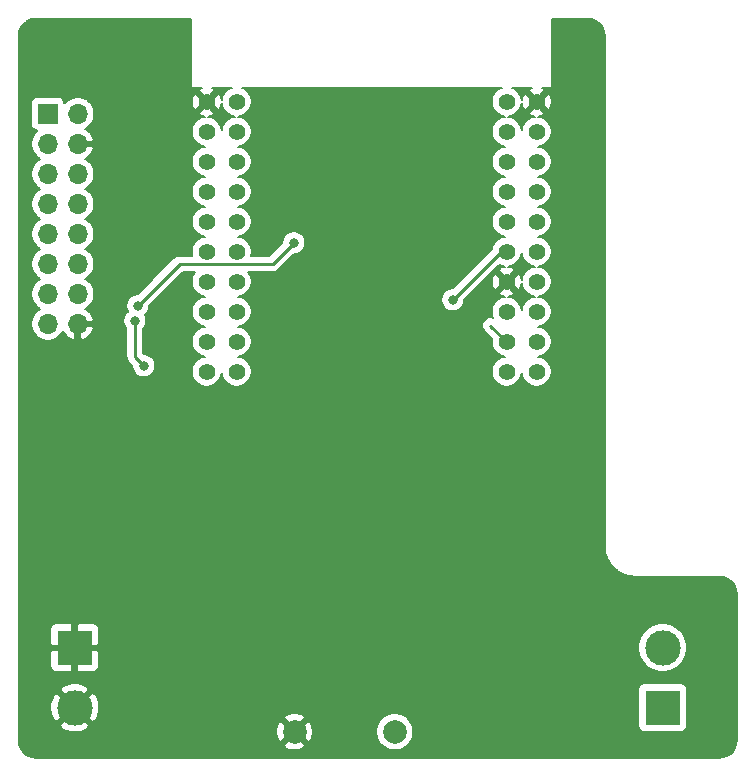
<source format=gbr>
%TF.GenerationSoftware,KiCad,Pcbnew,(5.1.9)-1*%
%TF.CreationDate,2021-04-28T16:43:29+10:00*%
%TF.ProjectId,ESP32-D1Mini-HUB75,45535033-322d-4443-914d-696e692d4855,rev?*%
%TF.SameCoordinates,Original*%
%TF.FileFunction,Copper,L2,Bot*%
%TF.FilePolarity,Positive*%
%FSLAX46Y46*%
G04 Gerber Fmt 4.6, Leading zero omitted, Abs format (unit mm)*
G04 Created by KiCad (PCBNEW (5.1.9)-1) date 2021-04-28 16:43:29*
%MOMM*%
%LPD*%
G01*
G04 APERTURE LIST*
%TA.AperFunction,ComponentPad*%
%ADD10C,2.000000*%
%TD*%
%TA.AperFunction,ComponentPad*%
%ADD11C,1.400000*%
%TD*%
%TA.AperFunction,ComponentPad*%
%ADD12O,1.700000X1.700000*%
%TD*%
%TA.AperFunction,ComponentPad*%
%ADD13R,1.700000X1.700000*%
%TD*%
%TA.AperFunction,ComponentPad*%
%ADD14C,3.000000*%
%TD*%
%TA.AperFunction,ComponentPad*%
%ADD15R,3.000000X3.000000*%
%TD*%
%TA.AperFunction,ViaPad*%
%ADD16C,0.800000*%
%TD*%
%TA.AperFunction,Conductor*%
%ADD17C,0.250000*%
%TD*%
%TA.AperFunction,Conductor*%
%ADD18C,0.127000*%
%TD*%
%TA.AperFunction,Conductor*%
%ADD19C,0.100000*%
%TD*%
G04 APERTURE END LIST*
D10*
%TO.P,J1,2*%
%TO.N,GND*%
X94810000Y-170180000D03*
%TO.P,J1,1*%
%TO.N,+5V*%
X103310000Y-170180000D03*
%TD*%
D11*
%TO.P,U1,2*%
%TO.N,Net-(U1-Pad2)*%
X89916000Y-116840000D03*
%TO.P,U1,1*%
%TO.N,GND*%
X87376000Y-116840000D03*
%TO.P,U1,3*%
%TO.N,Net-(U1-Pad3)*%
X87376000Y-119380000D03*
%TO.P,U1,4*%
%TO.N,Net-(U1-Pad4)*%
X89916000Y-119380000D03*
%TO.P,U1,5*%
%TO.N,Net-(U1-Pad5)*%
X87376000Y-121920000D03*
%TO.P,U1,6*%
%TO.N,/G0*%
X89916000Y-121920000D03*
%TO.P,U1,7*%
%TO.N,Net-(U1-Pad7)*%
X87376000Y-124460000D03*
%TO.P,U1,8*%
%TO.N,Net-(U1-Pad8)*%
X89916000Y-124460000D03*
%TO.P,U1,9*%
%TO.N,Net-(U1-Pad9)*%
X87376000Y-127000000D03*
%TO.P,U1,10*%
%TO.N,Net-(U1-Pad10)*%
X89916000Y-127000000D03*
%TO.P,U1,11*%
%TO.N,Net-(U1-Pad11)*%
X87376000Y-129540000D03*
%TO.P,U1,12*%
%TO.N,/A0*%
X89916000Y-129540000D03*
%TO.P,U1,13*%
%TO.N,/R1*%
X87376000Y-132080000D03*
%TO.P,U1,14*%
%TO.N,/A2*%
X89916000Y-132080000D03*
%TO.P,U1,15*%
%TO.N,Net-(U1-Pad15)*%
X87376000Y-134620000D03*
%TO.P,U1,16*%
%TO.N,Net-(U1-Pad16)*%
X89916000Y-134620000D03*
%TO.P,U1,17*%
%TO.N,Net-(U1-Pad17)*%
X87376000Y-137160000D03*
%TO.P,U1,18*%
%TO.N,/B1*%
X89916000Y-137160000D03*
%TO.P,U1,19*%
%TO.N,Net-(U1-Pad19)*%
X87376000Y-139700000D03*
%TO.P,U1,20*%
%TO.N,Net-(U1-Pad20)*%
X89916000Y-139700000D03*
%TO.P,U1,21*%
%TO.N,Net-(U1-Pad21)*%
X112776000Y-116840000D03*
%TO.P,U1,22*%
%TO.N,GND*%
X115316000Y-116840000D03*
%TO.P,U1,23*%
%TO.N,Net-(U1-Pad23)*%
X112776000Y-119380000D03*
%TO.P,U1,24*%
%TO.N,/B0*%
X115316000Y-119380000D03*
%TO.P,U1,25*%
%TO.N,/A1*%
X112776000Y-121920000D03*
%TO.P,U1,26*%
%TO.N,/R0*%
X115316000Y-121920000D03*
%TO.P,U1,27*%
%TO.N,Net-(U1-Pad27)*%
X112776000Y-124460000D03*
%TO.P,U1,28*%
%TO.N,/A4*%
X115316000Y-124460000D03*
%TO.P,U1,29*%
%TO.N,/A3*%
X112776000Y-127000000D03*
%TO.P,U1,30*%
%TO.N,/G1*%
X115316000Y-127000000D03*
%TO.P,U1,31*%
%TO.N,/Clock*%
X112776000Y-129540000D03*
%TO.P,U1,32*%
%TO.N,/Latch*%
X115316000Y-129540000D03*
%TO.P,U1,33*%
%TO.N,GND*%
X112776000Y-132080000D03*
%TO.P,U1,34*%
%TO.N,Net-(U1-Pad34)*%
X115316000Y-132080000D03*
%TO.P,U1,35*%
%TO.N,+5V*%
X112776000Y-134620000D03*
%TO.P,U1,36*%
%TO.N,Net-(U1-Pad36)*%
X115316000Y-134620000D03*
%TO.P,U1,37*%
%TO.N,/Blank*%
X112776000Y-137160000D03*
%TO.P,U1,38*%
%TO.N,Net-(U1-Pad38)*%
X115316000Y-137160000D03*
%TO.P,U1,39*%
%TO.N,Net-(U1-Pad39)*%
X112776000Y-139700000D03*
%TO.P,U1,40*%
%TO.N,Net-(U1-Pad40)*%
X115316000Y-139700000D03*
%TD*%
D12*
%TO.P,J4,16*%
%TO.N,GND*%
X76454000Y-135636000D03*
%TO.P,J4,15*%
%TO.N,/Blank*%
X73914000Y-135636000D03*
%TO.P,J4,14*%
%TO.N,/Latch*%
X76454000Y-133096000D03*
%TO.P,J4,13*%
%TO.N,/Clock*%
X73914000Y-133096000D03*
%TO.P,J4,12*%
%TO.N,/A3*%
X76454000Y-130556000D03*
%TO.P,J4,11*%
%TO.N,/A2*%
X73914000Y-130556000D03*
%TO.P,J4,10*%
%TO.N,/A1*%
X76454000Y-128016000D03*
%TO.P,J4,9*%
%TO.N,/A0*%
X73914000Y-128016000D03*
%TO.P,J4,8*%
%TO.N,/A4*%
X76454000Y-125476000D03*
%TO.P,J4,7*%
%TO.N,/B1*%
X73914000Y-125476000D03*
%TO.P,J4,6*%
%TO.N,/G1*%
X76454000Y-122936000D03*
%TO.P,J4,5*%
%TO.N,/R1*%
X73914000Y-122936000D03*
%TO.P,J4,4*%
%TO.N,GND*%
X76454000Y-120396000D03*
%TO.P,J4,3*%
%TO.N,/B0*%
X73914000Y-120396000D03*
%TO.P,J4,2*%
%TO.N,/G0*%
X76454000Y-117856000D03*
D13*
%TO.P,J4,1*%
%TO.N,/R0*%
X73914000Y-117856000D03*
%TD*%
D14*
%TO.P,J3,2*%
%TO.N,GND*%
X76200000Y-168148000D03*
D15*
%TO.P,J3,1*%
X76200000Y-163068000D03*
%TD*%
D14*
%TO.P,J2,2*%
%TO.N,+5V*%
X125984000Y-163068000D03*
D15*
%TO.P,J2,1*%
X125984000Y-168148000D03*
%TD*%
D16*
%TO.N,/Blank*%
X81280000Y-135382000D03*
X82042000Y-139192000D03*
%TO.N,/Latch*%
X81534000Y-134112000D03*
X94742000Y-128778000D03*
%TO.N,/Clock*%
X108204000Y-133604000D03*
%TD*%
D17*
%TO.N,/Blank*%
X111397999Y-135781999D02*
X112776000Y-137160000D01*
X81280000Y-135382000D02*
X81280000Y-137160000D01*
X81280000Y-137160000D02*
X81280000Y-138430000D01*
X81280000Y-138430000D02*
X82042000Y-139192000D01*
%TO.N,/Latch*%
X85080999Y-130565001D02*
X81534000Y-134112000D01*
X92954999Y-130565001D02*
X94742000Y-128778000D01*
X90922999Y-130565001D02*
X92954999Y-130565001D01*
X90922999Y-130565001D02*
X85080999Y-130565001D01*
%TO.N,/Clock*%
X112268000Y-129540000D02*
X112776000Y-129540000D01*
X108204000Y-133604000D02*
X112268000Y-129540000D01*
%TD*%
D18*
%TO.N,GND*%
X86042500Y-115570000D02*
X86043720Y-115582388D01*
X86047334Y-115594300D01*
X86053202Y-115605279D01*
X86061099Y-115614901D01*
X86070721Y-115622798D01*
X86081700Y-115628666D01*
X86093612Y-115632280D01*
X86106000Y-115633500D01*
X86962410Y-115633500D01*
X86787527Y-115705939D01*
X86719683Y-115914275D01*
X87376000Y-116570592D01*
X88032317Y-115914275D01*
X87964473Y-115705939D01*
X87783362Y-115633500D01*
X89506159Y-115633500D01*
X89313719Y-115713212D01*
X89105466Y-115852362D01*
X88928362Y-116029466D01*
X88789212Y-116237719D01*
X88693363Y-116469117D01*
X88645974Y-116707357D01*
X88645875Y-116699246D01*
X88594015Y-116454210D01*
X88510061Y-116251527D01*
X88301725Y-116183683D01*
X87645408Y-116840000D01*
X88301725Y-117496317D01*
X88510061Y-117428473D01*
X88603075Y-117195921D01*
X88645295Y-116969229D01*
X88693363Y-117210883D01*
X88789212Y-117442281D01*
X88928362Y-117650534D01*
X89105466Y-117827638D01*
X89313719Y-117966788D01*
X89545117Y-118062637D01*
X89783227Y-118110000D01*
X89545117Y-118157363D01*
X89313719Y-118253212D01*
X89105466Y-118392362D01*
X88928362Y-118569466D01*
X88789212Y-118777719D01*
X88693363Y-119009117D01*
X88646000Y-119247227D01*
X88598637Y-119009117D01*
X88502788Y-118777719D01*
X88363638Y-118569466D01*
X88186534Y-118392362D01*
X87978281Y-118253212D01*
X87746883Y-118157363D01*
X87508643Y-118109974D01*
X87516754Y-118109875D01*
X87761790Y-118058015D01*
X87964473Y-117974061D01*
X88032317Y-117765725D01*
X87376000Y-117109408D01*
X86719683Y-117765725D01*
X86787527Y-117974061D01*
X87020079Y-118067075D01*
X87246771Y-118109295D01*
X87005117Y-118157363D01*
X86773719Y-118253212D01*
X86565466Y-118392362D01*
X86388362Y-118569466D01*
X86249212Y-118777719D01*
X86153363Y-119009117D01*
X86104500Y-119254768D01*
X86104500Y-119505232D01*
X86153363Y-119750883D01*
X86249212Y-119982281D01*
X86388362Y-120190534D01*
X86565466Y-120367638D01*
X86773719Y-120506788D01*
X87005117Y-120602637D01*
X87243227Y-120650000D01*
X87005117Y-120697363D01*
X86773719Y-120793212D01*
X86565466Y-120932362D01*
X86388362Y-121109466D01*
X86249212Y-121317719D01*
X86153363Y-121549117D01*
X86104500Y-121794768D01*
X86104500Y-122045232D01*
X86153363Y-122290883D01*
X86249212Y-122522281D01*
X86388362Y-122730534D01*
X86565466Y-122907638D01*
X86773719Y-123046788D01*
X87005117Y-123142637D01*
X87243227Y-123190000D01*
X87005117Y-123237363D01*
X86773719Y-123333212D01*
X86565466Y-123472362D01*
X86388362Y-123649466D01*
X86249212Y-123857719D01*
X86153363Y-124089117D01*
X86104500Y-124334768D01*
X86104500Y-124585232D01*
X86153363Y-124830883D01*
X86249212Y-125062281D01*
X86388362Y-125270534D01*
X86565466Y-125447638D01*
X86773719Y-125586788D01*
X87005117Y-125682637D01*
X87243227Y-125730000D01*
X87005117Y-125777363D01*
X86773719Y-125873212D01*
X86565466Y-126012362D01*
X86388362Y-126189466D01*
X86249212Y-126397719D01*
X86153363Y-126629117D01*
X86104500Y-126874768D01*
X86104500Y-127125232D01*
X86153363Y-127370883D01*
X86249212Y-127602281D01*
X86388362Y-127810534D01*
X86565466Y-127987638D01*
X86773719Y-128126788D01*
X87005117Y-128222637D01*
X87243227Y-128270000D01*
X87005117Y-128317363D01*
X86773719Y-128413212D01*
X86565466Y-128552362D01*
X86388362Y-128729466D01*
X86249212Y-128937719D01*
X86153363Y-129169117D01*
X86104500Y-129414768D01*
X86104500Y-129665232D01*
X86144933Y-129868501D01*
X85115214Y-129868501D01*
X85080998Y-129865131D01*
X84944460Y-129878579D01*
X84930984Y-129882667D01*
X84813170Y-129918405D01*
X84692172Y-129983080D01*
X84586116Y-130070118D01*
X84564304Y-130096696D01*
X81520501Y-133140500D01*
X81438316Y-133140500D01*
X81250624Y-133177834D01*
X81073822Y-133251068D01*
X80914705Y-133357386D01*
X80779386Y-133492705D01*
X80673068Y-133651822D01*
X80599834Y-133828624D01*
X80562500Y-134016316D01*
X80562500Y-134207684D01*
X80599834Y-134395376D01*
X80673068Y-134572178D01*
X80694755Y-134604635D01*
X80660705Y-134627386D01*
X80525386Y-134762705D01*
X80419068Y-134921822D01*
X80345834Y-135098624D01*
X80308500Y-135286316D01*
X80308500Y-135477684D01*
X80345834Y-135665376D01*
X80419068Y-135842178D01*
X80525386Y-136001295D01*
X80583500Y-136059409D01*
X80583501Y-137125775D01*
X80583500Y-137125785D01*
X80583501Y-138395775D01*
X80580130Y-138430000D01*
X80593578Y-138566538D01*
X80633404Y-138697828D01*
X80633405Y-138697829D01*
X80698080Y-138818827D01*
X80785118Y-138924883D01*
X80811696Y-138946695D01*
X81070500Y-139205499D01*
X81070500Y-139287684D01*
X81107834Y-139475376D01*
X81181068Y-139652178D01*
X81287386Y-139811295D01*
X81422705Y-139946614D01*
X81581822Y-140052932D01*
X81758624Y-140126166D01*
X81946316Y-140163500D01*
X82137684Y-140163500D01*
X82325376Y-140126166D01*
X82502178Y-140052932D01*
X82661295Y-139946614D01*
X82796614Y-139811295D01*
X82902932Y-139652178D01*
X82976166Y-139475376D01*
X83013500Y-139287684D01*
X83013500Y-139096316D01*
X82976166Y-138908624D01*
X82902932Y-138731822D01*
X82796614Y-138572705D01*
X82661295Y-138437386D01*
X82502178Y-138331068D01*
X82325376Y-138257834D01*
X82137684Y-138220500D01*
X82055499Y-138220500D01*
X81976500Y-138141501D01*
X81976500Y-136059409D01*
X82034614Y-136001295D01*
X82140932Y-135842178D01*
X82214166Y-135665376D01*
X82251500Y-135477684D01*
X82251500Y-135286316D01*
X82214166Y-135098624D01*
X82140932Y-134921822D01*
X82119245Y-134889365D01*
X82153295Y-134866614D01*
X82288614Y-134731295D01*
X82394932Y-134572178D01*
X82468166Y-134395376D01*
X82505500Y-134207684D01*
X82505500Y-134125499D01*
X85369499Y-131261501D01*
X86396327Y-131261501D01*
X86388362Y-131269466D01*
X86249212Y-131477719D01*
X86153363Y-131709117D01*
X86104500Y-131954768D01*
X86104500Y-132205232D01*
X86153363Y-132450883D01*
X86249212Y-132682281D01*
X86388362Y-132890534D01*
X86565466Y-133067638D01*
X86773719Y-133206788D01*
X87005117Y-133302637D01*
X87243227Y-133350000D01*
X87005117Y-133397363D01*
X86773719Y-133493212D01*
X86565466Y-133632362D01*
X86388362Y-133809466D01*
X86249212Y-134017719D01*
X86153363Y-134249117D01*
X86104500Y-134494768D01*
X86104500Y-134745232D01*
X86153363Y-134990883D01*
X86249212Y-135222281D01*
X86388362Y-135430534D01*
X86565466Y-135607638D01*
X86773719Y-135746788D01*
X87005117Y-135842637D01*
X87243227Y-135890000D01*
X87005117Y-135937363D01*
X86773719Y-136033212D01*
X86565466Y-136172362D01*
X86388362Y-136349466D01*
X86249212Y-136557719D01*
X86153363Y-136789117D01*
X86104500Y-137034768D01*
X86104500Y-137285232D01*
X86153363Y-137530883D01*
X86249212Y-137762281D01*
X86388362Y-137970534D01*
X86565466Y-138147638D01*
X86773719Y-138286788D01*
X87005117Y-138382637D01*
X87243227Y-138430000D01*
X87005117Y-138477363D01*
X86773719Y-138573212D01*
X86565466Y-138712362D01*
X86388362Y-138889466D01*
X86249212Y-139097719D01*
X86153363Y-139329117D01*
X86104500Y-139574768D01*
X86104500Y-139825232D01*
X86153363Y-140070883D01*
X86249212Y-140302281D01*
X86388362Y-140510534D01*
X86565466Y-140687638D01*
X86773719Y-140826788D01*
X87005117Y-140922637D01*
X87250768Y-140971500D01*
X87501232Y-140971500D01*
X87746883Y-140922637D01*
X87978281Y-140826788D01*
X88186534Y-140687638D01*
X88363638Y-140510534D01*
X88502788Y-140302281D01*
X88598637Y-140070883D01*
X88646000Y-139832773D01*
X88693363Y-140070883D01*
X88789212Y-140302281D01*
X88928362Y-140510534D01*
X89105466Y-140687638D01*
X89313719Y-140826788D01*
X89545117Y-140922637D01*
X89790768Y-140971500D01*
X90041232Y-140971500D01*
X90286883Y-140922637D01*
X90518281Y-140826788D01*
X90726534Y-140687638D01*
X90903638Y-140510534D01*
X91042788Y-140302281D01*
X91138637Y-140070883D01*
X91187500Y-139825232D01*
X91187500Y-139574768D01*
X91138637Y-139329117D01*
X91042788Y-139097719D01*
X90903638Y-138889466D01*
X90726534Y-138712362D01*
X90518281Y-138573212D01*
X90286883Y-138477363D01*
X90048773Y-138430000D01*
X90286883Y-138382637D01*
X90518281Y-138286788D01*
X90726534Y-138147638D01*
X90903638Y-137970534D01*
X91042788Y-137762281D01*
X91138637Y-137530883D01*
X91187500Y-137285232D01*
X91187500Y-137034768D01*
X91138637Y-136789117D01*
X91042788Y-136557719D01*
X90903638Y-136349466D01*
X90726534Y-136172362D01*
X90518281Y-136033212D01*
X90286883Y-135937363D01*
X90048773Y-135890000D01*
X90286883Y-135842637D01*
X90518281Y-135746788D01*
X90726534Y-135607638D01*
X90903638Y-135430534D01*
X91042788Y-135222281D01*
X91138637Y-134990883D01*
X91187500Y-134745232D01*
X91187500Y-134494768D01*
X91138637Y-134249117D01*
X91042788Y-134017719D01*
X90903638Y-133809466D01*
X90726534Y-133632362D01*
X90518281Y-133493212D01*
X90286883Y-133397363D01*
X90048773Y-133350000D01*
X90286883Y-133302637D01*
X90518281Y-133206788D01*
X90726534Y-133067638D01*
X90903638Y-132890534D01*
X91042788Y-132682281D01*
X91138637Y-132450883D01*
X91187500Y-132205232D01*
X91187500Y-131954768D01*
X91138637Y-131709117D01*
X91042788Y-131477719D01*
X90903638Y-131269466D01*
X90895673Y-131261501D01*
X92920783Y-131261501D01*
X92954999Y-131264871D01*
X93091537Y-131251423D01*
X93164359Y-131229333D01*
X93222828Y-131211597D01*
X93343826Y-131146922D01*
X93449882Y-131059884D01*
X93471699Y-131033300D01*
X94755500Y-129749500D01*
X94837684Y-129749500D01*
X95025376Y-129712166D01*
X95202178Y-129638932D01*
X95361295Y-129532614D01*
X95496614Y-129397295D01*
X95602932Y-129238178D01*
X95676166Y-129061376D01*
X95713500Y-128873684D01*
X95713500Y-128682316D01*
X95676166Y-128494624D01*
X95602932Y-128317822D01*
X95496614Y-128158705D01*
X95361295Y-128023386D01*
X95202178Y-127917068D01*
X95025376Y-127843834D01*
X94837684Y-127806500D01*
X94646316Y-127806500D01*
X94458624Y-127843834D01*
X94281822Y-127917068D01*
X94122705Y-128023386D01*
X93987386Y-128158705D01*
X93881068Y-128317822D01*
X93807834Y-128494624D01*
X93770500Y-128682316D01*
X93770500Y-128764500D01*
X92666500Y-129868501D01*
X91147067Y-129868501D01*
X91187500Y-129665232D01*
X91187500Y-129414768D01*
X91138637Y-129169117D01*
X91042788Y-128937719D01*
X90903638Y-128729466D01*
X90726534Y-128552362D01*
X90518281Y-128413212D01*
X90286883Y-128317363D01*
X90048773Y-128270000D01*
X90286883Y-128222637D01*
X90518281Y-128126788D01*
X90726534Y-127987638D01*
X90903638Y-127810534D01*
X91042788Y-127602281D01*
X91138637Y-127370883D01*
X91187500Y-127125232D01*
X91187500Y-126874768D01*
X91138637Y-126629117D01*
X91042788Y-126397719D01*
X90903638Y-126189466D01*
X90726534Y-126012362D01*
X90518281Y-125873212D01*
X90286883Y-125777363D01*
X90048773Y-125730000D01*
X90286883Y-125682637D01*
X90518281Y-125586788D01*
X90726534Y-125447638D01*
X90903638Y-125270534D01*
X91042788Y-125062281D01*
X91138637Y-124830883D01*
X91187500Y-124585232D01*
X91187500Y-124334768D01*
X91138637Y-124089117D01*
X91042788Y-123857719D01*
X90903638Y-123649466D01*
X90726534Y-123472362D01*
X90518281Y-123333212D01*
X90286883Y-123237363D01*
X90048773Y-123190000D01*
X90286883Y-123142637D01*
X90518281Y-123046788D01*
X90726534Y-122907638D01*
X90903638Y-122730534D01*
X91042788Y-122522281D01*
X91138637Y-122290883D01*
X91187500Y-122045232D01*
X91187500Y-121794768D01*
X91138637Y-121549117D01*
X91042788Y-121317719D01*
X90903638Y-121109466D01*
X90726534Y-120932362D01*
X90518281Y-120793212D01*
X90286883Y-120697363D01*
X90048773Y-120650000D01*
X90286883Y-120602637D01*
X90518281Y-120506788D01*
X90726534Y-120367638D01*
X90903638Y-120190534D01*
X91042788Y-119982281D01*
X91138637Y-119750883D01*
X91187500Y-119505232D01*
X91187500Y-119254768D01*
X91138637Y-119009117D01*
X91042788Y-118777719D01*
X90903638Y-118569466D01*
X90726534Y-118392362D01*
X90518281Y-118253212D01*
X90286883Y-118157363D01*
X90048773Y-118110000D01*
X90286883Y-118062637D01*
X90518281Y-117966788D01*
X90726534Y-117827638D01*
X90903638Y-117650534D01*
X91042788Y-117442281D01*
X91138637Y-117210883D01*
X91187500Y-116965232D01*
X91187500Y-116714768D01*
X91138637Y-116469117D01*
X91042788Y-116237719D01*
X90903638Y-116029466D01*
X90726534Y-115852362D01*
X90518281Y-115713212D01*
X90325841Y-115633500D01*
X112366159Y-115633500D01*
X112173719Y-115713212D01*
X111965466Y-115852362D01*
X111788362Y-116029466D01*
X111649212Y-116237719D01*
X111553363Y-116469117D01*
X111504500Y-116714768D01*
X111504500Y-116965232D01*
X111553363Y-117210883D01*
X111649212Y-117442281D01*
X111788362Y-117650534D01*
X111965466Y-117827638D01*
X112173719Y-117966788D01*
X112405117Y-118062637D01*
X112643227Y-118110000D01*
X112405117Y-118157363D01*
X112173719Y-118253212D01*
X111965466Y-118392362D01*
X111788362Y-118569466D01*
X111649212Y-118777719D01*
X111553363Y-119009117D01*
X111504500Y-119254768D01*
X111504500Y-119505232D01*
X111553363Y-119750883D01*
X111649212Y-119982281D01*
X111788362Y-120190534D01*
X111965466Y-120367638D01*
X112173719Y-120506788D01*
X112405117Y-120602637D01*
X112643227Y-120650000D01*
X112405117Y-120697363D01*
X112173719Y-120793212D01*
X111965466Y-120932362D01*
X111788362Y-121109466D01*
X111649212Y-121317719D01*
X111553363Y-121549117D01*
X111504500Y-121794768D01*
X111504500Y-122045232D01*
X111553363Y-122290883D01*
X111649212Y-122522281D01*
X111788362Y-122730534D01*
X111965466Y-122907638D01*
X112173719Y-123046788D01*
X112405117Y-123142637D01*
X112643227Y-123190000D01*
X112405117Y-123237363D01*
X112173719Y-123333212D01*
X111965466Y-123472362D01*
X111788362Y-123649466D01*
X111649212Y-123857719D01*
X111553363Y-124089117D01*
X111504500Y-124334768D01*
X111504500Y-124585232D01*
X111553363Y-124830883D01*
X111649212Y-125062281D01*
X111788362Y-125270534D01*
X111965466Y-125447638D01*
X112173719Y-125586788D01*
X112405117Y-125682637D01*
X112643227Y-125730000D01*
X112405117Y-125777363D01*
X112173719Y-125873212D01*
X111965466Y-126012362D01*
X111788362Y-126189466D01*
X111649212Y-126397719D01*
X111553363Y-126629117D01*
X111504500Y-126874768D01*
X111504500Y-127125232D01*
X111553363Y-127370883D01*
X111649212Y-127602281D01*
X111788362Y-127810534D01*
X111965466Y-127987638D01*
X112173719Y-128126788D01*
X112405117Y-128222637D01*
X112643227Y-128270000D01*
X112405117Y-128317363D01*
X112173719Y-128413212D01*
X111965466Y-128552362D01*
X111788362Y-128729466D01*
X111649212Y-128937719D01*
X111553363Y-129169117D01*
X111528404Y-129294596D01*
X108190501Y-132632500D01*
X108108316Y-132632500D01*
X107920624Y-132669834D01*
X107743822Y-132743068D01*
X107584705Y-132849386D01*
X107449386Y-132984705D01*
X107343068Y-133143822D01*
X107269834Y-133320624D01*
X107232500Y-133508316D01*
X107232500Y-133699684D01*
X107269834Y-133887376D01*
X107343068Y-134064178D01*
X107449386Y-134223295D01*
X107584705Y-134358614D01*
X107743822Y-134464932D01*
X107920624Y-134538166D01*
X108108316Y-134575500D01*
X108299684Y-134575500D01*
X108487376Y-134538166D01*
X108664178Y-134464932D01*
X108823295Y-134358614D01*
X108958614Y-134223295D01*
X109064932Y-134064178D01*
X109138166Y-133887376D01*
X109175500Y-133699684D01*
X109175500Y-133617499D01*
X110822690Y-131970309D01*
X111503066Y-131970309D01*
X111506125Y-132220754D01*
X111557985Y-132465790D01*
X111641939Y-132668473D01*
X111850275Y-132736317D01*
X112506592Y-132080000D01*
X111850275Y-131423683D01*
X111641939Y-131491527D01*
X111548925Y-131724079D01*
X111503066Y-131970309D01*
X110822690Y-131970309D01*
X112145241Y-130647759D01*
X112173719Y-130666788D01*
X112405117Y-130762637D01*
X112643357Y-130810026D01*
X112635246Y-130810125D01*
X112390210Y-130861985D01*
X112187527Y-130945939D01*
X112119683Y-131154275D01*
X112776000Y-131810592D01*
X113432317Y-131154275D01*
X113364473Y-130945939D01*
X113131921Y-130852925D01*
X112905229Y-130810705D01*
X113146883Y-130762637D01*
X113378281Y-130666788D01*
X113586534Y-130527638D01*
X113763638Y-130350534D01*
X113902788Y-130142281D01*
X113998637Y-129910883D01*
X114046000Y-129672773D01*
X114093363Y-129910883D01*
X114189212Y-130142281D01*
X114328362Y-130350534D01*
X114505466Y-130527638D01*
X114713719Y-130666788D01*
X114945117Y-130762637D01*
X115183227Y-130810000D01*
X114945117Y-130857363D01*
X114713719Y-130953212D01*
X114505466Y-131092362D01*
X114328362Y-131269466D01*
X114189212Y-131477719D01*
X114093363Y-131709117D01*
X114045974Y-131947357D01*
X114045875Y-131939246D01*
X113994015Y-131694210D01*
X113910061Y-131491527D01*
X113701725Y-131423683D01*
X113045408Y-132080000D01*
X113701725Y-132736317D01*
X113910061Y-132668473D01*
X114003075Y-132435921D01*
X114045295Y-132209229D01*
X114093363Y-132450883D01*
X114189212Y-132682281D01*
X114328362Y-132890534D01*
X114505466Y-133067638D01*
X114713719Y-133206788D01*
X114945117Y-133302637D01*
X115183227Y-133350000D01*
X114945117Y-133397363D01*
X114713719Y-133493212D01*
X114505466Y-133632362D01*
X114328362Y-133809466D01*
X114189212Y-134017719D01*
X114093363Y-134249117D01*
X114046000Y-134487227D01*
X113998637Y-134249117D01*
X113902788Y-134017719D01*
X113763638Y-133809466D01*
X113586534Y-133632362D01*
X113378281Y-133493212D01*
X113146883Y-133397363D01*
X112908643Y-133349974D01*
X112916754Y-133349875D01*
X113161790Y-133298015D01*
X113364473Y-133214061D01*
X113432317Y-133005725D01*
X112776000Y-132349408D01*
X112119683Y-133005725D01*
X112187527Y-133214061D01*
X112420079Y-133307075D01*
X112646771Y-133349295D01*
X112405117Y-133397363D01*
X112173719Y-133493212D01*
X111965466Y-133632362D01*
X111788362Y-133809466D01*
X111649212Y-134017719D01*
X111553363Y-134249117D01*
X111504500Y-134494768D01*
X111504500Y-134745232D01*
X111553363Y-134990883D01*
X111605666Y-135117154D01*
X111534537Y-135095577D01*
X111397999Y-135082129D01*
X111261461Y-135095577D01*
X111130171Y-135135403D01*
X111009173Y-135200079D01*
X110903117Y-135287117D01*
X110816079Y-135393173D01*
X110751403Y-135514171D01*
X110711577Y-135645461D01*
X110698129Y-135781999D01*
X110711577Y-135918537D01*
X110751403Y-136049827D01*
X110816079Y-136170825D01*
X110881305Y-136250304D01*
X111531256Y-136900256D01*
X111504500Y-137034768D01*
X111504500Y-137285232D01*
X111553363Y-137530883D01*
X111649212Y-137762281D01*
X111788362Y-137970534D01*
X111965466Y-138147638D01*
X112173719Y-138286788D01*
X112405117Y-138382637D01*
X112643227Y-138430000D01*
X112405117Y-138477363D01*
X112173719Y-138573212D01*
X111965466Y-138712362D01*
X111788362Y-138889466D01*
X111649212Y-139097719D01*
X111553363Y-139329117D01*
X111504500Y-139574768D01*
X111504500Y-139825232D01*
X111553363Y-140070883D01*
X111649212Y-140302281D01*
X111788362Y-140510534D01*
X111965466Y-140687638D01*
X112173719Y-140826788D01*
X112405117Y-140922637D01*
X112650768Y-140971500D01*
X112901232Y-140971500D01*
X113146883Y-140922637D01*
X113378281Y-140826788D01*
X113586534Y-140687638D01*
X113763638Y-140510534D01*
X113902788Y-140302281D01*
X113998637Y-140070883D01*
X114046000Y-139832773D01*
X114093363Y-140070883D01*
X114189212Y-140302281D01*
X114328362Y-140510534D01*
X114505466Y-140687638D01*
X114713719Y-140826788D01*
X114945117Y-140922637D01*
X115190768Y-140971500D01*
X115441232Y-140971500D01*
X115686883Y-140922637D01*
X115918281Y-140826788D01*
X116126534Y-140687638D01*
X116303638Y-140510534D01*
X116442788Y-140302281D01*
X116538637Y-140070883D01*
X116587500Y-139825232D01*
X116587500Y-139574768D01*
X116538637Y-139329117D01*
X116442788Y-139097719D01*
X116303638Y-138889466D01*
X116126534Y-138712362D01*
X115918281Y-138573212D01*
X115686883Y-138477363D01*
X115448773Y-138430000D01*
X115686883Y-138382637D01*
X115918281Y-138286788D01*
X116126534Y-138147638D01*
X116303638Y-137970534D01*
X116442788Y-137762281D01*
X116538637Y-137530883D01*
X116587500Y-137285232D01*
X116587500Y-137034768D01*
X116538637Y-136789117D01*
X116442788Y-136557719D01*
X116303638Y-136349466D01*
X116126534Y-136172362D01*
X115918281Y-136033212D01*
X115686883Y-135937363D01*
X115448773Y-135890000D01*
X115686883Y-135842637D01*
X115918281Y-135746788D01*
X116126534Y-135607638D01*
X116303638Y-135430534D01*
X116442788Y-135222281D01*
X116538637Y-134990883D01*
X116587500Y-134745232D01*
X116587500Y-134494768D01*
X116538637Y-134249117D01*
X116442788Y-134017719D01*
X116303638Y-133809466D01*
X116126534Y-133632362D01*
X115918281Y-133493212D01*
X115686883Y-133397363D01*
X115448773Y-133350000D01*
X115686883Y-133302637D01*
X115918281Y-133206788D01*
X116126534Y-133067638D01*
X116303638Y-132890534D01*
X116442788Y-132682281D01*
X116538637Y-132450883D01*
X116587500Y-132205232D01*
X116587500Y-131954768D01*
X116538637Y-131709117D01*
X116442788Y-131477719D01*
X116303638Y-131269466D01*
X116126534Y-131092362D01*
X115918281Y-130953212D01*
X115686883Y-130857363D01*
X115448773Y-130810000D01*
X115686883Y-130762637D01*
X115918281Y-130666788D01*
X116126534Y-130527638D01*
X116303638Y-130350534D01*
X116442788Y-130142281D01*
X116538637Y-129910883D01*
X116587500Y-129665232D01*
X116587500Y-129414768D01*
X116538637Y-129169117D01*
X116442788Y-128937719D01*
X116303638Y-128729466D01*
X116126534Y-128552362D01*
X115918281Y-128413212D01*
X115686883Y-128317363D01*
X115448773Y-128270000D01*
X115686883Y-128222637D01*
X115918281Y-128126788D01*
X116126534Y-127987638D01*
X116303638Y-127810534D01*
X116442788Y-127602281D01*
X116538637Y-127370883D01*
X116587500Y-127125232D01*
X116587500Y-126874768D01*
X116538637Y-126629117D01*
X116442788Y-126397719D01*
X116303638Y-126189466D01*
X116126534Y-126012362D01*
X115918281Y-125873212D01*
X115686883Y-125777363D01*
X115448773Y-125730000D01*
X115686883Y-125682637D01*
X115918281Y-125586788D01*
X116126534Y-125447638D01*
X116303638Y-125270534D01*
X116442788Y-125062281D01*
X116538637Y-124830883D01*
X116587500Y-124585232D01*
X116587500Y-124334768D01*
X116538637Y-124089117D01*
X116442788Y-123857719D01*
X116303638Y-123649466D01*
X116126534Y-123472362D01*
X115918281Y-123333212D01*
X115686883Y-123237363D01*
X115448773Y-123190000D01*
X115686883Y-123142637D01*
X115918281Y-123046788D01*
X116126534Y-122907638D01*
X116303638Y-122730534D01*
X116442788Y-122522281D01*
X116538637Y-122290883D01*
X116587500Y-122045232D01*
X116587500Y-121794768D01*
X116538637Y-121549117D01*
X116442788Y-121317719D01*
X116303638Y-121109466D01*
X116126534Y-120932362D01*
X115918281Y-120793212D01*
X115686883Y-120697363D01*
X115448773Y-120650000D01*
X115686883Y-120602637D01*
X115918281Y-120506788D01*
X116126534Y-120367638D01*
X116303638Y-120190534D01*
X116442788Y-119982281D01*
X116538637Y-119750883D01*
X116587500Y-119505232D01*
X116587500Y-119254768D01*
X116538637Y-119009117D01*
X116442788Y-118777719D01*
X116303638Y-118569466D01*
X116126534Y-118392362D01*
X115918281Y-118253212D01*
X115686883Y-118157363D01*
X115448643Y-118109974D01*
X115456754Y-118109875D01*
X115701790Y-118058015D01*
X115904473Y-117974061D01*
X115972317Y-117765725D01*
X115316000Y-117109408D01*
X114659683Y-117765725D01*
X114727527Y-117974061D01*
X114960079Y-118067075D01*
X115186771Y-118109295D01*
X114945117Y-118157363D01*
X114713719Y-118253212D01*
X114505466Y-118392362D01*
X114328362Y-118569466D01*
X114189212Y-118777719D01*
X114093363Y-119009117D01*
X114046000Y-119247227D01*
X113998637Y-119009117D01*
X113902788Y-118777719D01*
X113763638Y-118569466D01*
X113586534Y-118392362D01*
X113378281Y-118253212D01*
X113146883Y-118157363D01*
X112908773Y-118110000D01*
X113146883Y-118062637D01*
X113378281Y-117966788D01*
X113586534Y-117827638D01*
X113763638Y-117650534D01*
X113902788Y-117442281D01*
X113998637Y-117210883D01*
X114046026Y-116972643D01*
X114046125Y-116980754D01*
X114097985Y-117225790D01*
X114181939Y-117428473D01*
X114390275Y-117496317D01*
X115046592Y-116840000D01*
X115585408Y-116840000D01*
X116241725Y-117496317D01*
X116450061Y-117428473D01*
X116543075Y-117195921D01*
X116588934Y-116949691D01*
X116585875Y-116699246D01*
X116534015Y-116454210D01*
X116450061Y-116251527D01*
X116241725Y-116183683D01*
X115585408Y-116840000D01*
X115046592Y-116840000D01*
X114390275Y-116183683D01*
X114181939Y-116251527D01*
X114088925Y-116484079D01*
X114046705Y-116710771D01*
X113998637Y-116469117D01*
X113902788Y-116237719D01*
X113763638Y-116029466D01*
X113586534Y-115852362D01*
X113378281Y-115713212D01*
X113185841Y-115633500D01*
X114902410Y-115633500D01*
X114727527Y-115705939D01*
X114659683Y-115914275D01*
X115316000Y-116570592D01*
X115972317Y-115914275D01*
X115904473Y-115705939D01*
X115723362Y-115633500D01*
X116586000Y-115633500D01*
X116598388Y-115632280D01*
X116610300Y-115628666D01*
X116621279Y-115622798D01*
X116630901Y-115614901D01*
X116638798Y-115605279D01*
X116644666Y-115594300D01*
X116648280Y-115582388D01*
X116649500Y-115570000D01*
X116649500Y-109816500D01*
X119604828Y-109816500D01*
X119912268Y-109846645D01*
X120179936Y-109927458D01*
X120426810Y-110058723D01*
X120643486Y-110235440D01*
X120821712Y-110450879D01*
X120954697Y-110696829D01*
X121037379Y-110963928D01*
X121069501Y-111269556D01*
X121069500Y-154461301D01*
X121072093Y-154487629D01*
X121072005Y-154500248D01*
X121072818Y-154508536D01*
X121114271Y-154902940D01*
X121125138Y-154955882D01*
X121135272Y-155009007D01*
X121137679Y-155016980D01*
X121254951Y-155395822D01*
X121275906Y-155445674D01*
X121296154Y-155495789D01*
X121300064Y-155503143D01*
X121488686Y-155851991D01*
X121518917Y-155896810D01*
X121548520Y-155942049D01*
X121553784Y-155948503D01*
X121806571Y-156254071D01*
X121844955Y-156292188D01*
X121882761Y-156330794D01*
X121889178Y-156336103D01*
X122196503Y-156586751D01*
X122241555Y-156616683D01*
X122286142Y-156647213D01*
X122293465Y-156651173D01*
X122293473Y-156651177D01*
X122643625Y-156837356D01*
X122693604Y-156857956D01*
X122743302Y-156879257D01*
X122751254Y-156881718D01*
X122751260Y-156881720D01*
X123130909Y-156996342D01*
X123183960Y-157006847D01*
X123236825Y-157018084D01*
X123245097Y-157018953D01*
X123245108Y-157018955D01*
X123245118Y-157018955D01*
X123639792Y-157057653D01*
X123668698Y-157060500D01*
X130780828Y-157060500D01*
X131088268Y-157090645D01*
X131355936Y-157171458D01*
X131602810Y-157302723D01*
X131819486Y-157479440D01*
X131997712Y-157694879D01*
X132130697Y-157940829D01*
X132213379Y-158207928D01*
X132245501Y-158513556D01*
X132245500Y-170912828D01*
X132215355Y-171220268D01*
X132134542Y-171487936D01*
X132003276Y-171734810D01*
X131826558Y-171951488D01*
X131611120Y-172129713D01*
X131365170Y-172262697D01*
X131098068Y-172345379D01*
X130792454Y-172377500D01*
X72927172Y-172377500D01*
X72619732Y-172347355D01*
X72352064Y-172266542D01*
X72105190Y-172135276D01*
X71888512Y-171958558D01*
X71710287Y-171743120D01*
X71577303Y-171497170D01*
X71522862Y-171321298D01*
X93938110Y-171321298D01*
X94042723Y-171560165D01*
X94326723Y-171683334D01*
X94629295Y-171748731D01*
X94938811Y-171753842D01*
X95243377Y-171698471D01*
X95531289Y-171584746D01*
X95577277Y-171560165D01*
X95681890Y-171321298D01*
X94810000Y-170449408D01*
X93938110Y-171321298D01*
X71522862Y-171321298D01*
X71494621Y-171230068D01*
X71462500Y-170924454D01*
X71462500Y-170308811D01*
X93236158Y-170308811D01*
X93291529Y-170613377D01*
X93405254Y-170901289D01*
X93429835Y-170947277D01*
X93668702Y-171051890D01*
X94540592Y-170180000D01*
X95079408Y-170180000D01*
X95951298Y-171051890D01*
X96190165Y-170947277D01*
X96313334Y-170663277D01*
X96378731Y-170360705D01*
X96383842Y-170051189D01*
X96379121Y-170025221D01*
X101738500Y-170025221D01*
X101738500Y-170334779D01*
X101798892Y-170638390D01*
X101917355Y-170924384D01*
X102089336Y-171181773D01*
X102308227Y-171400664D01*
X102565616Y-171572645D01*
X102851610Y-171691108D01*
X103155221Y-171751500D01*
X103464779Y-171751500D01*
X103768390Y-171691108D01*
X104054384Y-171572645D01*
X104311773Y-171400664D01*
X104530664Y-171181773D01*
X104702645Y-170924384D01*
X104821108Y-170638390D01*
X104881500Y-170334779D01*
X104881500Y-170025221D01*
X104821108Y-169721610D01*
X104702645Y-169435616D01*
X104530664Y-169178227D01*
X104311773Y-168959336D01*
X104054384Y-168787355D01*
X103768390Y-168668892D01*
X103464779Y-168608500D01*
X103155221Y-168608500D01*
X102851610Y-168668892D01*
X102565616Y-168787355D01*
X102308227Y-168959336D01*
X102089336Y-169178227D01*
X101917355Y-169435616D01*
X101798892Y-169721610D01*
X101738500Y-170025221D01*
X96379121Y-170025221D01*
X96328471Y-169746623D01*
X96214746Y-169458711D01*
X96190165Y-169412723D01*
X95951298Y-169308110D01*
X95079408Y-170180000D01*
X94540592Y-170180000D01*
X93668702Y-169308110D01*
X93429835Y-169412723D01*
X93306666Y-169696723D01*
X93241269Y-169999295D01*
X93236158Y-170308811D01*
X71462500Y-170308811D01*
X71462500Y-169646901D01*
X74970507Y-169646901D01*
X75135764Y-169936893D01*
X75505208Y-170110142D01*
X75901353Y-170207987D01*
X76308976Y-170226668D01*
X76712410Y-170165467D01*
X77096152Y-170026735D01*
X77264236Y-169936893D01*
X77429493Y-169646901D01*
X76200000Y-168417408D01*
X74970507Y-169646901D01*
X71462500Y-169646901D01*
X71462500Y-168256976D01*
X74121332Y-168256976D01*
X74182533Y-168660410D01*
X74321265Y-169044152D01*
X74411107Y-169212236D01*
X74701099Y-169377493D01*
X75930592Y-168148000D01*
X76469408Y-168148000D01*
X77698901Y-169377493D01*
X77988893Y-169212236D01*
X78070270Y-169038702D01*
X93938110Y-169038702D01*
X94810000Y-169910592D01*
X95681890Y-169038702D01*
X95577277Y-168799835D01*
X95293277Y-168676666D01*
X94990705Y-168611269D01*
X94681189Y-168606158D01*
X94376623Y-168661529D01*
X94088711Y-168775254D01*
X94042723Y-168799835D01*
X93938110Y-169038702D01*
X78070270Y-169038702D01*
X78162142Y-168842792D01*
X78259987Y-168446647D01*
X78278668Y-168039024D01*
X78217467Y-167635590D01*
X78078735Y-167251848D01*
X77988893Y-167083764D01*
X77698901Y-166918507D01*
X76469408Y-168148000D01*
X75930592Y-168148000D01*
X74701099Y-166918507D01*
X74411107Y-167083764D01*
X74237858Y-167453208D01*
X74140013Y-167849353D01*
X74121332Y-168256976D01*
X71462500Y-168256976D01*
X71462500Y-166649099D01*
X74970507Y-166649099D01*
X76200000Y-167878592D01*
X77429493Y-166649099D01*
X77428867Y-166648000D01*
X123909735Y-166648000D01*
X123909735Y-169648000D01*
X123920769Y-169760034D01*
X123953448Y-169867762D01*
X124006516Y-169967045D01*
X124077933Y-170054067D01*
X124164955Y-170125484D01*
X124264238Y-170178552D01*
X124371966Y-170211231D01*
X124484000Y-170222265D01*
X127484000Y-170222265D01*
X127596034Y-170211231D01*
X127703762Y-170178552D01*
X127803045Y-170125484D01*
X127890067Y-170054067D01*
X127961484Y-169967045D01*
X128014552Y-169867762D01*
X128047231Y-169760034D01*
X128058265Y-169648000D01*
X128058265Y-166648000D01*
X128047231Y-166535966D01*
X128014552Y-166428238D01*
X127961484Y-166328955D01*
X127890067Y-166241933D01*
X127803045Y-166170516D01*
X127703762Y-166117448D01*
X127596034Y-166084769D01*
X127484000Y-166073735D01*
X124484000Y-166073735D01*
X124371966Y-166084769D01*
X124264238Y-166117448D01*
X124164955Y-166170516D01*
X124077933Y-166241933D01*
X124006516Y-166328955D01*
X123953448Y-166428238D01*
X123920769Y-166535966D01*
X123909735Y-166648000D01*
X77428867Y-166648000D01*
X77264236Y-166359107D01*
X76894792Y-166185858D01*
X76498647Y-166088013D01*
X76091024Y-166069332D01*
X75687590Y-166130533D01*
X75303848Y-166269265D01*
X75135764Y-166359107D01*
X74970507Y-166649099D01*
X71462500Y-166649099D01*
X71462500Y-164568000D01*
X74125735Y-164568000D01*
X74136769Y-164680034D01*
X74169448Y-164787762D01*
X74222516Y-164887045D01*
X74293933Y-164974067D01*
X74380955Y-165045484D01*
X74480238Y-165098552D01*
X74587966Y-165131231D01*
X74700000Y-165142265D01*
X75866625Y-165139500D01*
X76009500Y-164996625D01*
X76009500Y-163258500D01*
X76390500Y-163258500D01*
X76390500Y-164996625D01*
X76533375Y-165139500D01*
X77700000Y-165142265D01*
X77812034Y-165131231D01*
X77919762Y-165098552D01*
X78019045Y-165045484D01*
X78106067Y-164974067D01*
X78177484Y-164887045D01*
X78230552Y-164787762D01*
X78263231Y-164680034D01*
X78274265Y-164568000D01*
X78271500Y-163401375D01*
X78128625Y-163258500D01*
X76390500Y-163258500D01*
X76009500Y-163258500D01*
X74271375Y-163258500D01*
X74128500Y-163401375D01*
X74125735Y-164568000D01*
X71462500Y-164568000D01*
X71462500Y-161568000D01*
X74125735Y-161568000D01*
X74128500Y-162734625D01*
X74271375Y-162877500D01*
X76009500Y-162877500D01*
X76009500Y-161139375D01*
X76390500Y-161139375D01*
X76390500Y-162877500D01*
X78128625Y-162877500D01*
X78142150Y-162863975D01*
X123912500Y-162863975D01*
X123912500Y-163272025D01*
X123992107Y-163672234D01*
X124148261Y-164049223D01*
X124374961Y-164388504D01*
X124663496Y-164677039D01*
X125002777Y-164903739D01*
X125379766Y-165059893D01*
X125779975Y-165139500D01*
X126188025Y-165139500D01*
X126588234Y-165059893D01*
X126965223Y-164903739D01*
X127304504Y-164677039D01*
X127593039Y-164388504D01*
X127819739Y-164049223D01*
X127975893Y-163672234D01*
X128055500Y-163272025D01*
X128055500Y-162863975D01*
X127975893Y-162463766D01*
X127819739Y-162086777D01*
X127593039Y-161747496D01*
X127304504Y-161458961D01*
X126965223Y-161232261D01*
X126588234Y-161076107D01*
X126188025Y-160996500D01*
X125779975Y-160996500D01*
X125379766Y-161076107D01*
X125002777Y-161232261D01*
X124663496Y-161458961D01*
X124374961Y-161747496D01*
X124148261Y-162086777D01*
X123992107Y-162463766D01*
X123912500Y-162863975D01*
X78142150Y-162863975D01*
X78271500Y-162734625D01*
X78274265Y-161568000D01*
X78263231Y-161455966D01*
X78230552Y-161348238D01*
X78177484Y-161248955D01*
X78106067Y-161161933D01*
X78019045Y-161090516D01*
X77919762Y-161037448D01*
X77812034Y-161004769D01*
X77700000Y-160993735D01*
X76533375Y-160996500D01*
X76390500Y-161139375D01*
X76009500Y-161139375D01*
X75866625Y-160996500D01*
X74700000Y-160993735D01*
X74587966Y-161004769D01*
X74480238Y-161037448D01*
X74380955Y-161090516D01*
X74293933Y-161161933D01*
X74222516Y-161248955D01*
X74169448Y-161348238D01*
X74136769Y-161455966D01*
X74125735Y-161568000D01*
X71462500Y-161568000D01*
X71462500Y-117006000D01*
X72489735Y-117006000D01*
X72489735Y-118706000D01*
X72500769Y-118818034D01*
X72533448Y-118925762D01*
X72586516Y-119025045D01*
X72657933Y-119112067D01*
X72744955Y-119183484D01*
X72844238Y-119236552D01*
X72951966Y-119269231D01*
X73030170Y-119276933D01*
X73007847Y-119291849D01*
X72809849Y-119489847D01*
X72654283Y-119722667D01*
X72547127Y-119981364D01*
X72492500Y-120255994D01*
X72492500Y-120536006D01*
X72547127Y-120810636D01*
X72654283Y-121069333D01*
X72809849Y-121302153D01*
X73007847Y-121500151D01*
X73240667Y-121655717D01*
X73265492Y-121666000D01*
X73240667Y-121676283D01*
X73007847Y-121831849D01*
X72809849Y-122029847D01*
X72654283Y-122262667D01*
X72547127Y-122521364D01*
X72492500Y-122795994D01*
X72492500Y-123076006D01*
X72547127Y-123350636D01*
X72654283Y-123609333D01*
X72809849Y-123842153D01*
X73007847Y-124040151D01*
X73240667Y-124195717D01*
X73265492Y-124206000D01*
X73240667Y-124216283D01*
X73007847Y-124371849D01*
X72809849Y-124569847D01*
X72654283Y-124802667D01*
X72547127Y-125061364D01*
X72492500Y-125335994D01*
X72492500Y-125616006D01*
X72547127Y-125890636D01*
X72654283Y-126149333D01*
X72809849Y-126382153D01*
X73007847Y-126580151D01*
X73240667Y-126735717D01*
X73265492Y-126746000D01*
X73240667Y-126756283D01*
X73007847Y-126911849D01*
X72809849Y-127109847D01*
X72654283Y-127342667D01*
X72547127Y-127601364D01*
X72492500Y-127875994D01*
X72492500Y-128156006D01*
X72547127Y-128430636D01*
X72654283Y-128689333D01*
X72809849Y-128922153D01*
X73007847Y-129120151D01*
X73240667Y-129275717D01*
X73265492Y-129286000D01*
X73240667Y-129296283D01*
X73007847Y-129451849D01*
X72809849Y-129649847D01*
X72654283Y-129882667D01*
X72547127Y-130141364D01*
X72492500Y-130415994D01*
X72492500Y-130696006D01*
X72547127Y-130970636D01*
X72654283Y-131229333D01*
X72809849Y-131462153D01*
X73007847Y-131660151D01*
X73240667Y-131815717D01*
X73265492Y-131826000D01*
X73240667Y-131836283D01*
X73007847Y-131991849D01*
X72809849Y-132189847D01*
X72654283Y-132422667D01*
X72547127Y-132681364D01*
X72492500Y-132955994D01*
X72492500Y-133236006D01*
X72547127Y-133510636D01*
X72654283Y-133769333D01*
X72809849Y-134002153D01*
X73007847Y-134200151D01*
X73240667Y-134355717D01*
X73265492Y-134366000D01*
X73240667Y-134376283D01*
X73007847Y-134531849D01*
X72809849Y-134729847D01*
X72654283Y-134962667D01*
X72547127Y-135221364D01*
X72492500Y-135495994D01*
X72492500Y-135776006D01*
X72547127Y-136050636D01*
X72654283Y-136309333D01*
X72809849Y-136542153D01*
X73007847Y-136740151D01*
X73240667Y-136895717D01*
X73499364Y-137002873D01*
X73773994Y-137057500D01*
X74054006Y-137057500D01*
X74328636Y-137002873D01*
X74587333Y-136895717D01*
X74820153Y-136740151D01*
X75018151Y-136542153D01*
X75173717Y-136309333D01*
X75187870Y-136275164D01*
X75202376Y-136309887D01*
X75357894Y-136541118D01*
X75555535Y-136737566D01*
X75787704Y-136891681D01*
X76045478Y-136997541D01*
X76263500Y-136901810D01*
X76263500Y-135826500D01*
X76644500Y-135826500D01*
X76644500Y-136901810D01*
X76862522Y-136997541D01*
X77120296Y-136891681D01*
X77352465Y-136737566D01*
X77550106Y-136541118D01*
X77705624Y-136309887D01*
X77813043Y-136052759D01*
X77815533Y-136044520D01*
X77718354Y-135826500D01*
X76644500Y-135826500D01*
X76263500Y-135826500D01*
X76243500Y-135826500D01*
X76243500Y-135445500D01*
X76263500Y-135445500D01*
X76263500Y-135425500D01*
X76644500Y-135425500D01*
X76644500Y-135445500D01*
X77718354Y-135445500D01*
X77815533Y-135227480D01*
X77813043Y-135219241D01*
X77705624Y-134962113D01*
X77550106Y-134730882D01*
X77352465Y-134534434D01*
X77120296Y-134380319D01*
X77094005Y-134369522D01*
X77127333Y-134355717D01*
X77360153Y-134200151D01*
X77558151Y-134002153D01*
X77713717Y-133769333D01*
X77820873Y-133510636D01*
X77875500Y-133236006D01*
X77875500Y-132955994D01*
X77820873Y-132681364D01*
X77713717Y-132422667D01*
X77558151Y-132189847D01*
X77360153Y-131991849D01*
X77127333Y-131836283D01*
X77102508Y-131826000D01*
X77127333Y-131815717D01*
X77360153Y-131660151D01*
X77558151Y-131462153D01*
X77713717Y-131229333D01*
X77820873Y-130970636D01*
X77875500Y-130696006D01*
X77875500Y-130415994D01*
X77820873Y-130141364D01*
X77713717Y-129882667D01*
X77558151Y-129649847D01*
X77360153Y-129451849D01*
X77127333Y-129296283D01*
X77102508Y-129286000D01*
X77127333Y-129275717D01*
X77360153Y-129120151D01*
X77558151Y-128922153D01*
X77713717Y-128689333D01*
X77820873Y-128430636D01*
X77875500Y-128156006D01*
X77875500Y-127875994D01*
X77820873Y-127601364D01*
X77713717Y-127342667D01*
X77558151Y-127109847D01*
X77360153Y-126911849D01*
X77127333Y-126756283D01*
X77102508Y-126746000D01*
X77127333Y-126735717D01*
X77360153Y-126580151D01*
X77558151Y-126382153D01*
X77713717Y-126149333D01*
X77820873Y-125890636D01*
X77875500Y-125616006D01*
X77875500Y-125335994D01*
X77820873Y-125061364D01*
X77713717Y-124802667D01*
X77558151Y-124569847D01*
X77360153Y-124371849D01*
X77127333Y-124216283D01*
X77102508Y-124206000D01*
X77127333Y-124195717D01*
X77360153Y-124040151D01*
X77558151Y-123842153D01*
X77713717Y-123609333D01*
X77820873Y-123350636D01*
X77875500Y-123076006D01*
X77875500Y-122795994D01*
X77820873Y-122521364D01*
X77713717Y-122262667D01*
X77558151Y-122029847D01*
X77360153Y-121831849D01*
X77127333Y-121676283D01*
X77094005Y-121662478D01*
X77120296Y-121651681D01*
X77352465Y-121497566D01*
X77550106Y-121301118D01*
X77705624Y-121069887D01*
X77813043Y-120812759D01*
X77815533Y-120804520D01*
X77718354Y-120586500D01*
X76644500Y-120586500D01*
X76644500Y-120606500D01*
X76263500Y-120606500D01*
X76263500Y-120586500D01*
X76243500Y-120586500D01*
X76243500Y-120205500D01*
X76263500Y-120205500D01*
X76263500Y-120185500D01*
X76644500Y-120185500D01*
X76644500Y-120205500D01*
X77718354Y-120205500D01*
X77815533Y-119987480D01*
X77813043Y-119979241D01*
X77705624Y-119722113D01*
X77550106Y-119490882D01*
X77352465Y-119294434D01*
X77120296Y-119140319D01*
X77094005Y-119129522D01*
X77127333Y-119115717D01*
X77360153Y-118960151D01*
X77558151Y-118762153D01*
X77713717Y-118529333D01*
X77820873Y-118270636D01*
X77875500Y-117996006D01*
X77875500Y-117715994D01*
X77820873Y-117441364D01*
X77713717Y-117182667D01*
X77558151Y-116949847D01*
X77360153Y-116751849D01*
X77327917Y-116730309D01*
X86103066Y-116730309D01*
X86106125Y-116980754D01*
X86157985Y-117225790D01*
X86241939Y-117428473D01*
X86450275Y-117496317D01*
X87106592Y-116840000D01*
X86450275Y-116183683D01*
X86241939Y-116251527D01*
X86148925Y-116484079D01*
X86103066Y-116730309D01*
X77327917Y-116730309D01*
X77127333Y-116596283D01*
X76868636Y-116489127D01*
X76594006Y-116434500D01*
X76313994Y-116434500D01*
X76039364Y-116489127D01*
X75780667Y-116596283D01*
X75547847Y-116751849D01*
X75349849Y-116949847D01*
X75334933Y-116972170D01*
X75327231Y-116893966D01*
X75294552Y-116786238D01*
X75241484Y-116686955D01*
X75170067Y-116599933D01*
X75083045Y-116528516D01*
X74983762Y-116475448D01*
X74876034Y-116442769D01*
X74764000Y-116431735D01*
X73064000Y-116431735D01*
X72951966Y-116442769D01*
X72844238Y-116475448D01*
X72744955Y-116528516D01*
X72657933Y-116599933D01*
X72586516Y-116686955D01*
X72533448Y-116786238D01*
X72500769Y-116893966D01*
X72489735Y-117006000D01*
X71462500Y-117006000D01*
X71462500Y-111281172D01*
X71492645Y-110973732D01*
X71573458Y-110706064D01*
X71704723Y-110459190D01*
X71881440Y-110242514D01*
X72096879Y-110064288D01*
X72342829Y-109931303D01*
X72609928Y-109848621D01*
X72915546Y-109816500D01*
X86042500Y-109816500D01*
X86042500Y-115570000D01*
%TA.AperFunction,Conductor*%
D19*
G36*
X86042500Y-115570000D02*
G01*
X86043720Y-115582388D01*
X86047334Y-115594300D01*
X86053202Y-115605279D01*
X86061099Y-115614901D01*
X86070721Y-115622798D01*
X86081700Y-115628666D01*
X86093612Y-115632280D01*
X86106000Y-115633500D01*
X86962410Y-115633500D01*
X86787527Y-115705939D01*
X86719683Y-115914275D01*
X87376000Y-116570592D01*
X88032317Y-115914275D01*
X87964473Y-115705939D01*
X87783362Y-115633500D01*
X89506159Y-115633500D01*
X89313719Y-115713212D01*
X89105466Y-115852362D01*
X88928362Y-116029466D01*
X88789212Y-116237719D01*
X88693363Y-116469117D01*
X88645974Y-116707357D01*
X88645875Y-116699246D01*
X88594015Y-116454210D01*
X88510061Y-116251527D01*
X88301725Y-116183683D01*
X87645408Y-116840000D01*
X88301725Y-117496317D01*
X88510061Y-117428473D01*
X88603075Y-117195921D01*
X88645295Y-116969229D01*
X88693363Y-117210883D01*
X88789212Y-117442281D01*
X88928362Y-117650534D01*
X89105466Y-117827638D01*
X89313719Y-117966788D01*
X89545117Y-118062637D01*
X89783227Y-118110000D01*
X89545117Y-118157363D01*
X89313719Y-118253212D01*
X89105466Y-118392362D01*
X88928362Y-118569466D01*
X88789212Y-118777719D01*
X88693363Y-119009117D01*
X88646000Y-119247227D01*
X88598637Y-119009117D01*
X88502788Y-118777719D01*
X88363638Y-118569466D01*
X88186534Y-118392362D01*
X87978281Y-118253212D01*
X87746883Y-118157363D01*
X87508643Y-118109974D01*
X87516754Y-118109875D01*
X87761790Y-118058015D01*
X87964473Y-117974061D01*
X88032317Y-117765725D01*
X87376000Y-117109408D01*
X86719683Y-117765725D01*
X86787527Y-117974061D01*
X87020079Y-118067075D01*
X87246771Y-118109295D01*
X87005117Y-118157363D01*
X86773719Y-118253212D01*
X86565466Y-118392362D01*
X86388362Y-118569466D01*
X86249212Y-118777719D01*
X86153363Y-119009117D01*
X86104500Y-119254768D01*
X86104500Y-119505232D01*
X86153363Y-119750883D01*
X86249212Y-119982281D01*
X86388362Y-120190534D01*
X86565466Y-120367638D01*
X86773719Y-120506788D01*
X87005117Y-120602637D01*
X87243227Y-120650000D01*
X87005117Y-120697363D01*
X86773719Y-120793212D01*
X86565466Y-120932362D01*
X86388362Y-121109466D01*
X86249212Y-121317719D01*
X86153363Y-121549117D01*
X86104500Y-121794768D01*
X86104500Y-122045232D01*
X86153363Y-122290883D01*
X86249212Y-122522281D01*
X86388362Y-122730534D01*
X86565466Y-122907638D01*
X86773719Y-123046788D01*
X87005117Y-123142637D01*
X87243227Y-123190000D01*
X87005117Y-123237363D01*
X86773719Y-123333212D01*
X86565466Y-123472362D01*
X86388362Y-123649466D01*
X86249212Y-123857719D01*
X86153363Y-124089117D01*
X86104500Y-124334768D01*
X86104500Y-124585232D01*
X86153363Y-124830883D01*
X86249212Y-125062281D01*
X86388362Y-125270534D01*
X86565466Y-125447638D01*
X86773719Y-125586788D01*
X87005117Y-125682637D01*
X87243227Y-125730000D01*
X87005117Y-125777363D01*
X86773719Y-125873212D01*
X86565466Y-126012362D01*
X86388362Y-126189466D01*
X86249212Y-126397719D01*
X86153363Y-126629117D01*
X86104500Y-126874768D01*
X86104500Y-127125232D01*
X86153363Y-127370883D01*
X86249212Y-127602281D01*
X86388362Y-127810534D01*
X86565466Y-127987638D01*
X86773719Y-128126788D01*
X87005117Y-128222637D01*
X87243227Y-128270000D01*
X87005117Y-128317363D01*
X86773719Y-128413212D01*
X86565466Y-128552362D01*
X86388362Y-128729466D01*
X86249212Y-128937719D01*
X86153363Y-129169117D01*
X86104500Y-129414768D01*
X86104500Y-129665232D01*
X86144933Y-129868501D01*
X85115214Y-129868501D01*
X85080998Y-129865131D01*
X84944460Y-129878579D01*
X84930984Y-129882667D01*
X84813170Y-129918405D01*
X84692172Y-129983080D01*
X84586116Y-130070118D01*
X84564304Y-130096696D01*
X81520501Y-133140500D01*
X81438316Y-133140500D01*
X81250624Y-133177834D01*
X81073822Y-133251068D01*
X80914705Y-133357386D01*
X80779386Y-133492705D01*
X80673068Y-133651822D01*
X80599834Y-133828624D01*
X80562500Y-134016316D01*
X80562500Y-134207684D01*
X80599834Y-134395376D01*
X80673068Y-134572178D01*
X80694755Y-134604635D01*
X80660705Y-134627386D01*
X80525386Y-134762705D01*
X80419068Y-134921822D01*
X80345834Y-135098624D01*
X80308500Y-135286316D01*
X80308500Y-135477684D01*
X80345834Y-135665376D01*
X80419068Y-135842178D01*
X80525386Y-136001295D01*
X80583500Y-136059409D01*
X80583501Y-137125775D01*
X80583500Y-137125785D01*
X80583501Y-138395775D01*
X80580130Y-138430000D01*
X80593578Y-138566538D01*
X80633404Y-138697828D01*
X80633405Y-138697829D01*
X80698080Y-138818827D01*
X80785118Y-138924883D01*
X80811696Y-138946695D01*
X81070500Y-139205499D01*
X81070500Y-139287684D01*
X81107834Y-139475376D01*
X81181068Y-139652178D01*
X81287386Y-139811295D01*
X81422705Y-139946614D01*
X81581822Y-140052932D01*
X81758624Y-140126166D01*
X81946316Y-140163500D01*
X82137684Y-140163500D01*
X82325376Y-140126166D01*
X82502178Y-140052932D01*
X82661295Y-139946614D01*
X82796614Y-139811295D01*
X82902932Y-139652178D01*
X82976166Y-139475376D01*
X83013500Y-139287684D01*
X83013500Y-139096316D01*
X82976166Y-138908624D01*
X82902932Y-138731822D01*
X82796614Y-138572705D01*
X82661295Y-138437386D01*
X82502178Y-138331068D01*
X82325376Y-138257834D01*
X82137684Y-138220500D01*
X82055499Y-138220500D01*
X81976500Y-138141501D01*
X81976500Y-136059409D01*
X82034614Y-136001295D01*
X82140932Y-135842178D01*
X82214166Y-135665376D01*
X82251500Y-135477684D01*
X82251500Y-135286316D01*
X82214166Y-135098624D01*
X82140932Y-134921822D01*
X82119245Y-134889365D01*
X82153295Y-134866614D01*
X82288614Y-134731295D01*
X82394932Y-134572178D01*
X82468166Y-134395376D01*
X82505500Y-134207684D01*
X82505500Y-134125499D01*
X85369499Y-131261501D01*
X86396327Y-131261501D01*
X86388362Y-131269466D01*
X86249212Y-131477719D01*
X86153363Y-131709117D01*
X86104500Y-131954768D01*
X86104500Y-132205232D01*
X86153363Y-132450883D01*
X86249212Y-132682281D01*
X86388362Y-132890534D01*
X86565466Y-133067638D01*
X86773719Y-133206788D01*
X87005117Y-133302637D01*
X87243227Y-133350000D01*
X87005117Y-133397363D01*
X86773719Y-133493212D01*
X86565466Y-133632362D01*
X86388362Y-133809466D01*
X86249212Y-134017719D01*
X86153363Y-134249117D01*
X86104500Y-134494768D01*
X86104500Y-134745232D01*
X86153363Y-134990883D01*
X86249212Y-135222281D01*
X86388362Y-135430534D01*
X86565466Y-135607638D01*
X86773719Y-135746788D01*
X87005117Y-135842637D01*
X87243227Y-135890000D01*
X87005117Y-135937363D01*
X86773719Y-136033212D01*
X86565466Y-136172362D01*
X86388362Y-136349466D01*
X86249212Y-136557719D01*
X86153363Y-136789117D01*
X86104500Y-137034768D01*
X86104500Y-137285232D01*
X86153363Y-137530883D01*
X86249212Y-137762281D01*
X86388362Y-137970534D01*
X86565466Y-138147638D01*
X86773719Y-138286788D01*
X87005117Y-138382637D01*
X87243227Y-138430000D01*
X87005117Y-138477363D01*
X86773719Y-138573212D01*
X86565466Y-138712362D01*
X86388362Y-138889466D01*
X86249212Y-139097719D01*
X86153363Y-139329117D01*
X86104500Y-139574768D01*
X86104500Y-139825232D01*
X86153363Y-140070883D01*
X86249212Y-140302281D01*
X86388362Y-140510534D01*
X86565466Y-140687638D01*
X86773719Y-140826788D01*
X87005117Y-140922637D01*
X87250768Y-140971500D01*
X87501232Y-140971500D01*
X87746883Y-140922637D01*
X87978281Y-140826788D01*
X88186534Y-140687638D01*
X88363638Y-140510534D01*
X88502788Y-140302281D01*
X88598637Y-140070883D01*
X88646000Y-139832773D01*
X88693363Y-140070883D01*
X88789212Y-140302281D01*
X88928362Y-140510534D01*
X89105466Y-140687638D01*
X89313719Y-140826788D01*
X89545117Y-140922637D01*
X89790768Y-140971500D01*
X90041232Y-140971500D01*
X90286883Y-140922637D01*
X90518281Y-140826788D01*
X90726534Y-140687638D01*
X90903638Y-140510534D01*
X91042788Y-140302281D01*
X91138637Y-140070883D01*
X91187500Y-139825232D01*
X91187500Y-139574768D01*
X91138637Y-139329117D01*
X91042788Y-139097719D01*
X90903638Y-138889466D01*
X90726534Y-138712362D01*
X90518281Y-138573212D01*
X90286883Y-138477363D01*
X90048773Y-138430000D01*
X90286883Y-138382637D01*
X90518281Y-138286788D01*
X90726534Y-138147638D01*
X90903638Y-137970534D01*
X91042788Y-137762281D01*
X91138637Y-137530883D01*
X91187500Y-137285232D01*
X91187500Y-137034768D01*
X91138637Y-136789117D01*
X91042788Y-136557719D01*
X90903638Y-136349466D01*
X90726534Y-136172362D01*
X90518281Y-136033212D01*
X90286883Y-135937363D01*
X90048773Y-135890000D01*
X90286883Y-135842637D01*
X90518281Y-135746788D01*
X90726534Y-135607638D01*
X90903638Y-135430534D01*
X91042788Y-135222281D01*
X91138637Y-134990883D01*
X91187500Y-134745232D01*
X91187500Y-134494768D01*
X91138637Y-134249117D01*
X91042788Y-134017719D01*
X90903638Y-133809466D01*
X90726534Y-133632362D01*
X90518281Y-133493212D01*
X90286883Y-133397363D01*
X90048773Y-133350000D01*
X90286883Y-133302637D01*
X90518281Y-133206788D01*
X90726534Y-133067638D01*
X90903638Y-132890534D01*
X91042788Y-132682281D01*
X91138637Y-132450883D01*
X91187500Y-132205232D01*
X91187500Y-131954768D01*
X91138637Y-131709117D01*
X91042788Y-131477719D01*
X90903638Y-131269466D01*
X90895673Y-131261501D01*
X92920783Y-131261501D01*
X92954999Y-131264871D01*
X93091537Y-131251423D01*
X93164359Y-131229333D01*
X93222828Y-131211597D01*
X93343826Y-131146922D01*
X93449882Y-131059884D01*
X93471699Y-131033300D01*
X94755500Y-129749500D01*
X94837684Y-129749500D01*
X95025376Y-129712166D01*
X95202178Y-129638932D01*
X95361295Y-129532614D01*
X95496614Y-129397295D01*
X95602932Y-129238178D01*
X95676166Y-129061376D01*
X95713500Y-128873684D01*
X95713500Y-128682316D01*
X95676166Y-128494624D01*
X95602932Y-128317822D01*
X95496614Y-128158705D01*
X95361295Y-128023386D01*
X95202178Y-127917068D01*
X95025376Y-127843834D01*
X94837684Y-127806500D01*
X94646316Y-127806500D01*
X94458624Y-127843834D01*
X94281822Y-127917068D01*
X94122705Y-128023386D01*
X93987386Y-128158705D01*
X93881068Y-128317822D01*
X93807834Y-128494624D01*
X93770500Y-128682316D01*
X93770500Y-128764500D01*
X92666500Y-129868501D01*
X91147067Y-129868501D01*
X91187500Y-129665232D01*
X91187500Y-129414768D01*
X91138637Y-129169117D01*
X91042788Y-128937719D01*
X90903638Y-128729466D01*
X90726534Y-128552362D01*
X90518281Y-128413212D01*
X90286883Y-128317363D01*
X90048773Y-128270000D01*
X90286883Y-128222637D01*
X90518281Y-128126788D01*
X90726534Y-127987638D01*
X90903638Y-127810534D01*
X91042788Y-127602281D01*
X91138637Y-127370883D01*
X91187500Y-127125232D01*
X91187500Y-126874768D01*
X91138637Y-126629117D01*
X91042788Y-126397719D01*
X90903638Y-126189466D01*
X90726534Y-126012362D01*
X90518281Y-125873212D01*
X90286883Y-125777363D01*
X90048773Y-125730000D01*
X90286883Y-125682637D01*
X90518281Y-125586788D01*
X90726534Y-125447638D01*
X90903638Y-125270534D01*
X91042788Y-125062281D01*
X91138637Y-124830883D01*
X91187500Y-124585232D01*
X91187500Y-124334768D01*
X91138637Y-124089117D01*
X91042788Y-123857719D01*
X90903638Y-123649466D01*
X90726534Y-123472362D01*
X90518281Y-123333212D01*
X90286883Y-123237363D01*
X90048773Y-123190000D01*
X90286883Y-123142637D01*
X90518281Y-123046788D01*
X90726534Y-122907638D01*
X90903638Y-122730534D01*
X91042788Y-122522281D01*
X91138637Y-122290883D01*
X91187500Y-122045232D01*
X91187500Y-121794768D01*
X91138637Y-121549117D01*
X91042788Y-121317719D01*
X90903638Y-121109466D01*
X90726534Y-120932362D01*
X90518281Y-120793212D01*
X90286883Y-120697363D01*
X90048773Y-120650000D01*
X90286883Y-120602637D01*
X90518281Y-120506788D01*
X90726534Y-120367638D01*
X90903638Y-120190534D01*
X91042788Y-119982281D01*
X91138637Y-119750883D01*
X91187500Y-119505232D01*
X91187500Y-119254768D01*
X91138637Y-119009117D01*
X91042788Y-118777719D01*
X90903638Y-118569466D01*
X90726534Y-118392362D01*
X90518281Y-118253212D01*
X90286883Y-118157363D01*
X90048773Y-118110000D01*
X90286883Y-118062637D01*
X90518281Y-117966788D01*
X90726534Y-117827638D01*
X90903638Y-117650534D01*
X91042788Y-117442281D01*
X91138637Y-117210883D01*
X91187500Y-116965232D01*
X91187500Y-116714768D01*
X91138637Y-116469117D01*
X91042788Y-116237719D01*
X90903638Y-116029466D01*
X90726534Y-115852362D01*
X90518281Y-115713212D01*
X90325841Y-115633500D01*
X112366159Y-115633500D01*
X112173719Y-115713212D01*
X111965466Y-115852362D01*
X111788362Y-116029466D01*
X111649212Y-116237719D01*
X111553363Y-116469117D01*
X111504500Y-116714768D01*
X111504500Y-116965232D01*
X111553363Y-117210883D01*
X111649212Y-117442281D01*
X111788362Y-117650534D01*
X111965466Y-117827638D01*
X112173719Y-117966788D01*
X112405117Y-118062637D01*
X112643227Y-118110000D01*
X112405117Y-118157363D01*
X112173719Y-118253212D01*
X111965466Y-118392362D01*
X111788362Y-118569466D01*
X111649212Y-118777719D01*
X111553363Y-119009117D01*
X111504500Y-119254768D01*
X111504500Y-119505232D01*
X111553363Y-119750883D01*
X111649212Y-119982281D01*
X111788362Y-120190534D01*
X111965466Y-120367638D01*
X112173719Y-120506788D01*
X112405117Y-120602637D01*
X112643227Y-120650000D01*
X112405117Y-120697363D01*
X112173719Y-120793212D01*
X111965466Y-120932362D01*
X111788362Y-121109466D01*
X111649212Y-121317719D01*
X111553363Y-121549117D01*
X111504500Y-121794768D01*
X111504500Y-122045232D01*
X111553363Y-122290883D01*
X111649212Y-122522281D01*
X111788362Y-122730534D01*
X111965466Y-122907638D01*
X112173719Y-123046788D01*
X112405117Y-123142637D01*
X112643227Y-123190000D01*
X112405117Y-123237363D01*
X112173719Y-123333212D01*
X111965466Y-123472362D01*
X111788362Y-123649466D01*
X111649212Y-123857719D01*
X111553363Y-124089117D01*
X111504500Y-124334768D01*
X111504500Y-124585232D01*
X111553363Y-124830883D01*
X111649212Y-125062281D01*
X111788362Y-125270534D01*
X111965466Y-125447638D01*
X112173719Y-125586788D01*
X112405117Y-125682637D01*
X112643227Y-125730000D01*
X112405117Y-125777363D01*
X112173719Y-125873212D01*
X111965466Y-126012362D01*
X111788362Y-126189466D01*
X111649212Y-126397719D01*
X111553363Y-126629117D01*
X111504500Y-126874768D01*
X111504500Y-127125232D01*
X111553363Y-127370883D01*
X111649212Y-127602281D01*
X111788362Y-127810534D01*
X111965466Y-127987638D01*
X112173719Y-128126788D01*
X112405117Y-128222637D01*
X112643227Y-128270000D01*
X112405117Y-128317363D01*
X112173719Y-128413212D01*
X111965466Y-128552362D01*
X111788362Y-128729466D01*
X111649212Y-128937719D01*
X111553363Y-129169117D01*
X111528404Y-129294596D01*
X108190501Y-132632500D01*
X108108316Y-132632500D01*
X107920624Y-132669834D01*
X107743822Y-132743068D01*
X107584705Y-132849386D01*
X107449386Y-132984705D01*
X107343068Y-133143822D01*
X107269834Y-133320624D01*
X107232500Y-133508316D01*
X107232500Y-133699684D01*
X107269834Y-133887376D01*
X107343068Y-134064178D01*
X107449386Y-134223295D01*
X107584705Y-134358614D01*
X107743822Y-134464932D01*
X107920624Y-134538166D01*
X108108316Y-134575500D01*
X108299684Y-134575500D01*
X108487376Y-134538166D01*
X108664178Y-134464932D01*
X108823295Y-134358614D01*
X108958614Y-134223295D01*
X109064932Y-134064178D01*
X109138166Y-133887376D01*
X109175500Y-133699684D01*
X109175500Y-133617499D01*
X110822690Y-131970309D01*
X111503066Y-131970309D01*
X111506125Y-132220754D01*
X111557985Y-132465790D01*
X111641939Y-132668473D01*
X111850275Y-132736317D01*
X112506592Y-132080000D01*
X111850275Y-131423683D01*
X111641939Y-131491527D01*
X111548925Y-131724079D01*
X111503066Y-131970309D01*
X110822690Y-131970309D01*
X112145241Y-130647759D01*
X112173719Y-130666788D01*
X112405117Y-130762637D01*
X112643357Y-130810026D01*
X112635246Y-130810125D01*
X112390210Y-130861985D01*
X112187527Y-130945939D01*
X112119683Y-131154275D01*
X112776000Y-131810592D01*
X113432317Y-131154275D01*
X113364473Y-130945939D01*
X113131921Y-130852925D01*
X112905229Y-130810705D01*
X113146883Y-130762637D01*
X113378281Y-130666788D01*
X113586534Y-130527638D01*
X113763638Y-130350534D01*
X113902788Y-130142281D01*
X113998637Y-129910883D01*
X114046000Y-129672773D01*
X114093363Y-129910883D01*
X114189212Y-130142281D01*
X114328362Y-130350534D01*
X114505466Y-130527638D01*
X114713719Y-130666788D01*
X114945117Y-130762637D01*
X115183227Y-130810000D01*
X114945117Y-130857363D01*
X114713719Y-130953212D01*
X114505466Y-131092362D01*
X114328362Y-131269466D01*
X114189212Y-131477719D01*
X114093363Y-131709117D01*
X114045974Y-131947357D01*
X114045875Y-131939246D01*
X113994015Y-131694210D01*
X113910061Y-131491527D01*
X113701725Y-131423683D01*
X113045408Y-132080000D01*
X113701725Y-132736317D01*
X113910061Y-132668473D01*
X114003075Y-132435921D01*
X114045295Y-132209229D01*
X114093363Y-132450883D01*
X114189212Y-132682281D01*
X114328362Y-132890534D01*
X114505466Y-133067638D01*
X114713719Y-133206788D01*
X114945117Y-133302637D01*
X115183227Y-133350000D01*
X114945117Y-133397363D01*
X114713719Y-133493212D01*
X114505466Y-133632362D01*
X114328362Y-133809466D01*
X114189212Y-134017719D01*
X114093363Y-134249117D01*
X114046000Y-134487227D01*
X113998637Y-134249117D01*
X113902788Y-134017719D01*
X113763638Y-133809466D01*
X113586534Y-133632362D01*
X113378281Y-133493212D01*
X113146883Y-133397363D01*
X112908643Y-133349974D01*
X112916754Y-133349875D01*
X113161790Y-133298015D01*
X113364473Y-133214061D01*
X113432317Y-133005725D01*
X112776000Y-132349408D01*
X112119683Y-133005725D01*
X112187527Y-133214061D01*
X112420079Y-133307075D01*
X112646771Y-133349295D01*
X112405117Y-133397363D01*
X112173719Y-133493212D01*
X111965466Y-133632362D01*
X111788362Y-133809466D01*
X111649212Y-134017719D01*
X111553363Y-134249117D01*
X111504500Y-134494768D01*
X111504500Y-134745232D01*
X111553363Y-134990883D01*
X111605666Y-135117154D01*
X111534537Y-135095577D01*
X111397999Y-135082129D01*
X111261461Y-135095577D01*
X111130171Y-135135403D01*
X111009173Y-135200079D01*
X110903117Y-135287117D01*
X110816079Y-135393173D01*
X110751403Y-135514171D01*
X110711577Y-135645461D01*
X110698129Y-135781999D01*
X110711577Y-135918537D01*
X110751403Y-136049827D01*
X110816079Y-136170825D01*
X110881305Y-136250304D01*
X111531256Y-136900256D01*
X111504500Y-137034768D01*
X111504500Y-137285232D01*
X111553363Y-137530883D01*
X111649212Y-137762281D01*
X111788362Y-137970534D01*
X111965466Y-138147638D01*
X112173719Y-138286788D01*
X112405117Y-138382637D01*
X112643227Y-138430000D01*
X112405117Y-138477363D01*
X112173719Y-138573212D01*
X111965466Y-138712362D01*
X111788362Y-138889466D01*
X111649212Y-139097719D01*
X111553363Y-139329117D01*
X111504500Y-139574768D01*
X111504500Y-139825232D01*
X111553363Y-140070883D01*
X111649212Y-140302281D01*
X111788362Y-140510534D01*
X111965466Y-140687638D01*
X112173719Y-140826788D01*
X112405117Y-140922637D01*
X112650768Y-140971500D01*
X112901232Y-140971500D01*
X113146883Y-140922637D01*
X113378281Y-140826788D01*
X113586534Y-140687638D01*
X113763638Y-140510534D01*
X113902788Y-140302281D01*
X113998637Y-140070883D01*
X114046000Y-139832773D01*
X114093363Y-140070883D01*
X114189212Y-140302281D01*
X114328362Y-140510534D01*
X114505466Y-140687638D01*
X114713719Y-140826788D01*
X114945117Y-140922637D01*
X115190768Y-140971500D01*
X115441232Y-140971500D01*
X115686883Y-140922637D01*
X115918281Y-140826788D01*
X116126534Y-140687638D01*
X116303638Y-140510534D01*
X116442788Y-140302281D01*
X116538637Y-140070883D01*
X116587500Y-139825232D01*
X116587500Y-139574768D01*
X116538637Y-139329117D01*
X116442788Y-139097719D01*
X116303638Y-138889466D01*
X116126534Y-138712362D01*
X115918281Y-138573212D01*
X115686883Y-138477363D01*
X115448773Y-138430000D01*
X115686883Y-138382637D01*
X115918281Y-138286788D01*
X116126534Y-138147638D01*
X116303638Y-137970534D01*
X116442788Y-137762281D01*
X116538637Y-137530883D01*
X116587500Y-137285232D01*
X116587500Y-137034768D01*
X116538637Y-136789117D01*
X116442788Y-136557719D01*
X116303638Y-136349466D01*
X116126534Y-136172362D01*
X115918281Y-136033212D01*
X115686883Y-135937363D01*
X115448773Y-135890000D01*
X115686883Y-135842637D01*
X115918281Y-135746788D01*
X116126534Y-135607638D01*
X116303638Y-135430534D01*
X116442788Y-135222281D01*
X116538637Y-134990883D01*
X116587500Y-134745232D01*
X116587500Y-134494768D01*
X116538637Y-134249117D01*
X116442788Y-134017719D01*
X116303638Y-133809466D01*
X116126534Y-133632362D01*
X115918281Y-133493212D01*
X115686883Y-133397363D01*
X115448773Y-133350000D01*
X115686883Y-133302637D01*
X115918281Y-133206788D01*
X116126534Y-133067638D01*
X116303638Y-132890534D01*
X116442788Y-132682281D01*
X116538637Y-132450883D01*
X116587500Y-132205232D01*
X116587500Y-131954768D01*
X116538637Y-131709117D01*
X116442788Y-131477719D01*
X116303638Y-131269466D01*
X116126534Y-131092362D01*
X115918281Y-130953212D01*
X115686883Y-130857363D01*
X115448773Y-130810000D01*
X115686883Y-130762637D01*
X115918281Y-130666788D01*
X116126534Y-130527638D01*
X116303638Y-130350534D01*
X116442788Y-130142281D01*
X116538637Y-129910883D01*
X116587500Y-129665232D01*
X116587500Y-129414768D01*
X116538637Y-129169117D01*
X116442788Y-128937719D01*
X116303638Y-128729466D01*
X116126534Y-128552362D01*
X115918281Y-128413212D01*
X115686883Y-128317363D01*
X115448773Y-128270000D01*
X115686883Y-128222637D01*
X115918281Y-128126788D01*
X116126534Y-127987638D01*
X116303638Y-127810534D01*
X116442788Y-127602281D01*
X116538637Y-127370883D01*
X116587500Y-127125232D01*
X116587500Y-126874768D01*
X116538637Y-126629117D01*
X116442788Y-126397719D01*
X116303638Y-126189466D01*
X116126534Y-126012362D01*
X115918281Y-125873212D01*
X115686883Y-125777363D01*
X115448773Y-125730000D01*
X115686883Y-125682637D01*
X115918281Y-125586788D01*
X116126534Y-125447638D01*
X116303638Y-125270534D01*
X116442788Y-125062281D01*
X116538637Y-124830883D01*
X116587500Y-124585232D01*
X116587500Y-124334768D01*
X116538637Y-124089117D01*
X116442788Y-123857719D01*
X116303638Y-123649466D01*
X116126534Y-123472362D01*
X115918281Y-123333212D01*
X115686883Y-123237363D01*
X115448773Y-123190000D01*
X115686883Y-123142637D01*
X115918281Y-123046788D01*
X116126534Y-122907638D01*
X116303638Y-122730534D01*
X116442788Y-122522281D01*
X116538637Y-122290883D01*
X116587500Y-122045232D01*
X116587500Y-121794768D01*
X116538637Y-121549117D01*
X116442788Y-121317719D01*
X116303638Y-121109466D01*
X116126534Y-120932362D01*
X115918281Y-120793212D01*
X115686883Y-120697363D01*
X115448773Y-120650000D01*
X115686883Y-120602637D01*
X115918281Y-120506788D01*
X116126534Y-120367638D01*
X116303638Y-120190534D01*
X116442788Y-119982281D01*
X116538637Y-119750883D01*
X116587500Y-119505232D01*
X116587500Y-119254768D01*
X116538637Y-119009117D01*
X116442788Y-118777719D01*
X116303638Y-118569466D01*
X116126534Y-118392362D01*
X115918281Y-118253212D01*
X115686883Y-118157363D01*
X115448643Y-118109974D01*
X115456754Y-118109875D01*
X115701790Y-118058015D01*
X115904473Y-117974061D01*
X115972317Y-117765725D01*
X115316000Y-117109408D01*
X114659683Y-117765725D01*
X114727527Y-117974061D01*
X114960079Y-118067075D01*
X115186771Y-118109295D01*
X114945117Y-118157363D01*
X114713719Y-118253212D01*
X114505466Y-118392362D01*
X114328362Y-118569466D01*
X114189212Y-118777719D01*
X114093363Y-119009117D01*
X114046000Y-119247227D01*
X113998637Y-119009117D01*
X113902788Y-118777719D01*
X113763638Y-118569466D01*
X113586534Y-118392362D01*
X113378281Y-118253212D01*
X113146883Y-118157363D01*
X112908773Y-118110000D01*
X113146883Y-118062637D01*
X113378281Y-117966788D01*
X113586534Y-117827638D01*
X113763638Y-117650534D01*
X113902788Y-117442281D01*
X113998637Y-117210883D01*
X114046026Y-116972643D01*
X114046125Y-116980754D01*
X114097985Y-117225790D01*
X114181939Y-117428473D01*
X114390275Y-117496317D01*
X115046592Y-116840000D01*
X115585408Y-116840000D01*
X116241725Y-117496317D01*
X116450061Y-117428473D01*
X116543075Y-117195921D01*
X116588934Y-116949691D01*
X116585875Y-116699246D01*
X116534015Y-116454210D01*
X116450061Y-116251527D01*
X116241725Y-116183683D01*
X115585408Y-116840000D01*
X115046592Y-116840000D01*
X114390275Y-116183683D01*
X114181939Y-116251527D01*
X114088925Y-116484079D01*
X114046705Y-116710771D01*
X113998637Y-116469117D01*
X113902788Y-116237719D01*
X113763638Y-116029466D01*
X113586534Y-115852362D01*
X113378281Y-115713212D01*
X113185841Y-115633500D01*
X114902410Y-115633500D01*
X114727527Y-115705939D01*
X114659683Y-115914275D01*
X115316000Y-116570592D01*
X115972317Y-115914275D01*
X115904473Y-115705939D01*
X115723362Y-115633500D01*
X116586000Y-115633500D01*
X116598388Y-115632280D01*
X116610300Y-115628666D01*
X116621279Y-115622798D01*
X116630901Y-115614901D01*
X116638798Y-115605279D01*
X116644666Y-115594300D01*
X116648280Y-115582388D01*
X116649500Y-115570000D01*
X116649500Y-109816500D01*
X119604828Y-109816500D01*
X119912268Y-109846645D01*
X120179936Y-109927458D01*
X120426810Y-110058723D01*
X120643486Y-110235440D01*
X120821712Y-110450879D01*
X120954697Y-110696829D01*
X121037379Y-110963928D01*
X121069501Y-111269556D01*
X121069500Y-154461301D01*
X121072093Y-154487629D01*
X121072005Y-154500248D01*
X121072818Y-154508536D01*
X121114271Y-154902940D01*
X121125138Y-154955882D01*
X121135272Y-155009007D01*
X121137679Y-155016980D01*
X121254951Y-155395822D01*
X121275906Y-155445674D01*
X121296154Y-155495789D01*
X121300064Y-155503143D01*
X121488686Y-155851991D01*
X121518917Y-155896810D01*
X121548520Y-155942049D01*
X121553784Y-155948503D01*
X121806571Y-156254071D01*
X121844955Y-156292188D01*
X121882761Y-156330794D01*
X121889178Y-156336103D01*
X122196503Y-156586751D01*
X122241555Y-156616683D01*
X122286142Y-156647213D01*
X122293465Y-156651173D01*
X122293473Y-156651177D01*
X122643625Y-156837356D01*
X122693604Y-156857956D01*
X122743302Y-156879257D01*
X122751254Y-156881718D01*
X122751260Y-156881720D01*
X123130909Y-156996342D01*
X123183960Y-157006847D01*
X123236825Y-157018084D01*
X123245097Y-157018953D01*
X123245108Y-157018955D01*
X123245118Y-157018955D01*
X123639792Y-157057653D01*
X123668698Y-157060500D01*
X130780828Y-157060500D01*
X131088268Y-157090645D01*
X131355936Y-157171458D01*
X131602810Y-157302723D01*
X131819486Y-157479440D01*
X131997712Y-157694879D01*
X132130697Y-157940829D01*
X132213379Y-158207928D01*
X132245501Y-158513556D01*
X132245500Y-170912828D01*
X132215355Y-171220268D01*
X132134542Y-171487936D01*
X132003276Y-171734810D01*
X131826558Y-171951488D01*
X131611120Y-172129713D01*
X131365170Y-172262697D01*
X131098068Y-172345379D01*
X130792454Y-172377500D01*
X72927172Y-172377500D01*
X72619732Y-172347355D01*
X72352064Y-172266542D01*
X72105190Y-172135276D01*
X71888512Y-171958558D01*
X71710287Y-171743120D01*
X71577303Y-171497170D01*
X71522862Y-171321298D01*
X93938110Y-171321298D01*
X94042723Y-171560165D01*
X94326723Y-171683334D01*
X94629295Y-171748731D01*
X94938811Y-171753842D01*
X95243377Y-171698471D01*
X95531289Y-171584746D01*
X95577277Y-171560165D01*
X95681890Y-171321298D01*
X94810000Y-170449408D01*
X93938110Y-171321298D01*
X71522862Y-171321298D01*
X71494621Y-171230068D01*
X71462500Y-170924454D01*
X71462500Y-170308811D01*
X93236158Y-170308811D01*
X93291529Y-170613377D01*
X93405254Y-170901289D01*
X93429835Y-170947277D01*
X93668702Y-171051890D01*
X94540592Y-170180000D01*
X95079408Y-170180000D01*
X95951298Y-171051890D01*
X96190165Y-170947277D01*
X96313334Y-170663277D01*
X96378731Y-170360705D01*
X96383842Y-170051189D01*
X96379121Y-170025221D01*
X101738500Y-170025221D01*
X101738500Y-170334779D01*
X101798892Y-170638390D01*
X101917355Y-170924384D01*
X102089336Y-171181773D01*
X102308227Y-171400664D01*
X102565616Y-171572645D01*
X102851610Y-171691108D01*
X103155221Y-171751500D01*
X103464779Y-171751500D01*
X103768390Y-171691108D01*
X104054384Y-171572645D01*
X104311773Y-171400664D01*
X104530664Y-171181773D01*
X104702645Y-170924384D01*
X104821108Y-170638390D01*
X104881500Y-170334779D01*
X104881500Y-170025221D01*
X104821108Y-169721610D01*
X104702645Y-169435616D01*
X104530664Y-169178227D01*
X104311773Y-168959336D01*
X104054384Y-168787355D01*
X103768390Y-168668892D01*
X103464779Y-168608500D01*
X103155221Y-168608500D01*
X102851610Y-168668892D01*
X102565616Y-168787355D01*
X102308227Y-168959336D01*
X102089336Y-169178227D01*
X101917355Y-169435616D01*
X101798892Y-169721610D01*
X101738500Y-170025221D01*
X96379121Y-170025221D01*
X96328471Y-169746623D01*
X96214746Y-169458711D01*
X96190165Y-169412723D01*
X95951298Y-169308110D01*
X95079408Y-170180000D01*
X94540592Y-170180000D01*
X93668702Y-169308110D01*
X93429835Y-169412723D01*
X93306666Y-169696723D01*
X93241269Y-169999295D01*
X93236158Y-170308811D01*
X71462500Y-170308811D01*
X71462500Y-169646901D01*
X74970507Y-169646901D01*
X75135764Y-169936893D01*
X75505208Y-170110142D01*
X75901353Y-170207987D01*
X76308976Y-170226668D01*
X76712410Y-170165467D01*
X77096152Y-170026735D01*
X77264236Y-169936893D01*
X77429493Y-169646901D01*
X76200000Y-168417408D01*
X74970507Y-169646901D01*
X71462500Y-169646901D01*
X71462500Y-168256976D01*
X74121332Y-168256976D01*
X74182533Y-168660410D01*
X74321265Y-169044152D01*
X74411107Y-169212236D01*
X74701099Y-169377493D01*
X75930592Y-168148000D01*
X76469408Y-168148000D01*
X77698901Y-169377493D01*
X77988893Y-169212236D01*
X78070270Y-169038702D01*
X93938110Y-169038702D01*
X94810000Y-169910592D01*
X95681890Y-169038702D01*
X95577277Y-168799835D01*
X95293277Y-168676666D01*
X94990705Y-168611269D01*
X94681189Y-168606158D01*
X94376623Y-168661529D01*
X94088711Y-168775254D01*
X94042723Y-168799835D01*
X93938110Y-169038702D01*
X78070270Y-169038702D01*
X78162142Y-168842792D01*
X78259987Y-168446647D01*
X78278668Y-168039024D01*
X78217467Y-167635590D01*
X78078735Y-167251848D01*
X77988893Y-167083764D01*
X77698901Y-166918507D01*
X76469408Y-168148000D01*
X75930592Y-168148000D01*
X74701099Y-166918507D01*
X74411107Y-167083764D01*
X74237858Y-167453208D01*
X74140013Y-167849353D01*
X74121332Y-168256976D01*
X71462500Y-168256976D01*
X71462500Y-166649099D01*
X74970507Y-166649099D01*
X76200000Y-167878592D01*
X77429493Y-166649099D01*
X77428867Y-166648000D01*
X123909735Y-166648000D01*
X123909735Y-169648000D01*
X123920769Y-169760034D01*
X123953448Y-169867762D01*
X124006516Y-169967045D01*
X124077933Y-170054067D01*
X124164955Y-170125484D01*
X124264238Y-170178552D01*
X124371966Y-170211231D01*
X124484000Y-170222265D01*
X127484000Y-170222265D01*
X127596034Y-170211231D01*
X127703762Y-170178552D01*
X127803045Y-170125484D01*
X127890067Y-170054067D01*
X127961484Y-169967045D01*
X128014552Y-169867762D01*
X128047231Y-169760034D01*
X128058265Y-169648000D01*
X128058265Y-166648000D01*
X128047231Y-166535966D01*
X128014552Y-166428238D01*
X127961484Y-166328955D01*
X127890067Y-166241933D01*
X127803045Y-166170516D01*
X127703762Y-166117448D01*
X127596034Y-166084769D01*
X127484000Y-166073735D01*
X124484000Y-166073735D01*
X124371966Y-166084769D01*
X124264238Y-166117448D01*
X124164955Y-166170516D01*
X124077933Y-166241933D01*
X124006516Y-166328955D01*
X123953448Y-166428238D01*
X123920769Y-166535966D01*
X123909735Y-166648000D01*
X77428867Y-166648000D01*
X77264236Y-166359107D01*
X76894792Y-166185858D01*
X76498647Y-166088013D01*
X76091024Y-166069332D01*
X75687590Y-166130533D01*
X75303848Y-166269265D01*
X75135764Y-166359107D01*
X74970507Y-166649099D01*
X71462500Y-166649099D01*
X71462500Y-164568000D01*
X74125735Y-164568000D01*
X74136769Y-164680034D01*
X74169448Y-164787762D01*
X74222516Y-164887045D01*
X74293933Y-164974067D01*
X74380955Y-165045484D01*
X74480238Y-165098552D01*
X74587966Y-165131231D01*
X74700000Y-165142265D01*
X75866625Y-165139500D01*
X76009500Y-164996625D01*
X76009500Y-163258500D01*
X76390500Y-163258500D01*
X76390500Y-164996625D01*
X76533375Y-165139500D01*
X77700000Y-165142265D01*
X77812034Y-165131231D01*
X77919762Y-165098552D01*
X78019045Y-165045484D01*
X78106067Y-164974067D01*
X78177484Y-164887045D01*
X78230552Y-164787762D01*
X78263231Y-164680034D01*
X78274265Y-164568000D01*
X78271500Y-163401375D01*
X78128625Y-163258500D01*
X76390500Y-163258500D01*
X76009500Y-163258500D01*
X74271375Y-163258500D01*
X74128500Y-163401375D01*
X74125735Y-164568000D01*
X71462500Y-164568000D01*
X71462500Y-161568000D01*
X74125735Y-161568000D01*
X74128500Y-162734625D01*
X74271375Y-162877500D01*
X76009500Y-162877500D01*
X76009500Y-161139375D01*
X76390500Y-161139375D01*
X76390500Y-162877500D01*
X78128625Y-162877500D01*
X78142150Y-162863975D01*
X123912500Y-162863975D01*
X123912500Y-163272025D01*
X123992107Y-163672234D01*
X124148261Y-164049223D01*
X124374961Y-164388504D01*
X124663496Y-164677039D01*
X125002777Y-164903739D01*
X125379766Y-165059893D01*
X125779975Y-165139500D01*
X126188025Y-165139500D01*
X126588234Y-165059893D01*
X126965223Y-164903739D01*
X127304504Y-164677039D01*
X127593039Y-164388504D01*
X127819739Y-164049223D01*
X127975893Y-163672234D01*
X128055500Y-163272025D01*
X128055500Y-162863975D01*
X127975893Y-162463766D01*
X127819739Y-162086777D01*
X127593039Y-161747496D01*
X127304504Y-161458961D01*
X126965223Y-161232261D01*
X126588234Y-161076107D01*
X126188025Y-160996500D01*
X125779975Y-160996500D01*
X125379766Y-161076107D01*
X125002777Y-161232261D01*
X124663496Y-161458961D01*
X124374961Y-161747496D01*
X124148261Y-162086777D01*
X123992107Y-162463766D01*
X123912500Y-162863975D01*
X78142150Y-162863975D01*
X78271500Y-162734625D01*
X78274265Y-161568000D01*
X78263231Y-161455966D01*
X78230552Y-161348238D01*
X78177484Y-161248955D01*
X78106067Y-161161933D01*
X78019045Y-161090516D01*
X77919762Y-161037448D01*
X77812034Y-161004769D01*
X77700000Y-160993735D01*
X76533375Y-160996500D01*
X76390500Y-161139375D01*
X76009500Y-161139375D01*
X75866625Y-160996500D01*
X74700000Y-160993735D01*
X74587966Y-161004769D01*
X74480238Y-161037448D01*
X74380955Y-161090516D01*
X74293933Y-161161933D01*
X74222516Y-161248955D01*
X74169448Y-161348238D01*
X74136769Y-161455966D01*
X74125735Y-161568000D01*
X71462500Y-161568000D01*
X71462500Y-117006000D01*
X72489735Y-117006000D01*
X72489735Y-118706000D01*
X72500769Y-118818034D01*
X72533448Y-118925762D01*
X72586516Y-119025045D01*
X72657933Y-119112067D01*
X72744955Y-119183484D01*
X72844238Y-119236552D01*
X72951966Y-119269231D01*
X73030170Y-119276933D01*
X73007847Y-119291849D01*
X72809849Y-119489847D01*
X72654283Y-119722667D01*
X72547127Y-119981364D01*
X72492500Y-120255994D01*
X72492500Y-120536006D01*
X72547127Y-120810636D01*
X72654283Y-121069333D01*
X72809849Y-121302153D01*
X73007847Y-121500151D01*
X73240667Y-121655717D01*
X73265492Y-121666000D01*
X73240667Y-121676283D01*
X73007847Y-121831849D01*
X72809849Y-122029847D01*
X72654283Y-122262667D01*
X72547127Y-122521364D01*
X72492500Y-122795994D01*
X72492500Y-123076006D01*
X72547127Y-123350636D01*
X72654283Y-123609333D01*
X72809849Y-123842153D01*
X73007847Y-124040151D01*
X73240667Y-124195717D01*
X73265492Y-124206000D01*
X73240667Y-124216283D01*
X73007847Y-124371849D01*
X72809849Y-124569847D01*
X72654283Y-124802667D01*
X72547127Y-125061364D01*
X72492500Y-125335994D01*
X72492500Y-125616006D01*
X72547127Y-125890636D01*
X72654283Y-126149333D01*
X72809849Y-126382153D01*
X73007847Y-126580151D01*
X73240667Y-126735717D01*
X73265492Y-126746000D01*
X73240667Y-126756283D01*
X73007847Y-126911849D01*
X72809849Y-127109847D01*
X72654283Y-127342667D01*
X72547127Y-127601364D01*
X72492500Y-127875994D01*
X72492500Y-128156006D01*
X72547127Y-128430636D01*
X72654283Y-128689333D01*
X72809849Y-128922153D01*
X73007847Y-129120151D01*
X73240667Y-129275717D01*
X73265492Y-129286000D01*
X73240667Y-129296283D01*
X73007847Y-129451849D01*
X72809849Y-129649847D01*
X72654283Y-129882667D01*
X72547127Y-130141364D01*
X72492500Y-130415994D01*
X72492500Y-130696006D01*
X72547127Y-130970636D01*
X72654283Y-131229333D01*
X72809849Y-131462153D01*
X73007847Y-131660151D01*
X73240667Y-131815717D01*
X73265492Y-131826000D01*
X73240667Y-131836283D01*
X73007847Y-131991849D01*
X72809849Y-132189847D01*
X72654283Y-132422667D01*
X72547127Y-132681364D01*
X72492500Y-132955994D01*
X72492500Y-133236006D01*
X72547127Y-133510636D01*
X72654283Y-133769333D01*
X72809849Y-134002153D01*
X73007847Y-134200151D01*
X73240667Y-134355717D01*
X73265492Y-134366000D01*
X73240667Y-134376283D01*
X73007847Y-134531849D01*
X72809849Y-134729847D01*
X72654283Y-134962667D01*
X72547127Y-135221364D01*
X72492500Y-135495994D01*
X72492500Y-135776006D01*
X72547127Y-136050636D01*
X72654283Y-136309333D01*
X72809849Y-136542153D01*
X73007847Y-136740151D01*
X73240667Y-136895717D01*
X73499364Y-137002873D01*
X73773994Y-137057500D01*
X74054006Y-137057500D01*
X74328636Y-137002873D01*
X74587333Y-136895717D01*
X74820153Y-136740151D01*
X75018151Y-136542153D01*
X75173717Y-136309333D01*
X75187870Y-136275164D01*
X75202376Y-136309887D01*
X75357894Y-136541118D01*
X75555535Y-136737566D01*
X75787704Y-136891681D01*
X76045478Y-136997541D01*
X76263500Y-136901810D01*
X76263500Y-135826500D01*
X76644500Y-135826500D01*
X76644500Y-136901810D01*
X76862522Y-136997541D01*
X77120296Y-136891681D01*
X77352465Y-136737566D01*
X77550106Y-136541118D01*
X77705624Y-136309887D01*
X77813043Y-136052759D01*
X77815533Y-136044520D01*
X77718354Y-135826500D01*
X76644500Y-135826500D01*
X76263500Y-135826500D01*
X76243500Y-135826500D01*
X76243500Y-135445500D01*
X76263500Y-135445500D01*
X76263500Y-135425500D01*
X76644500Y-135425500D01*
X76644500Y-135445500D01*
X77718354Y-135445500D01*
X77815533Y-135227480D01*
X77813043Y-135219241D01*
X77705624Y-134962113D01*
X77550106Y-134730882D01*
X77352465Y-134534434D01*
X77120296Y-134380319D01*
X77094005Y-134369522D01*
X77127333Y-134355717D01*
X77360153Y-134200151D01*
X77558151Y-134002153D01*
X77713717Y-133769333D01*
X77820873Y-133510636D01*
X77875500Y-133236006D01*
X77875500Y-132955994D01*
X77820873Y-132681364D01*
X77713717Y-132422667D01*
X77558151Y-132189847D01*
X77360153Y-131991849D01*
X77127333Y-131836283D01*
X77102508Y-131826000D01*
X77127333Y-131815717D01*
X77360153Y-131660151D01*
X77558151Y-131462153D01*
X77713717Y-131229333D01*
X77820873Y-130970636D01*
X77875500Y-130696006D01*
X77875500Y-130415994D01*
X77820873Y-130141364D01*
X77713717Y-129882667D01*
X77558151Y-129649847D01*
X77360153Y-129451849D01*
X77127333Y-129296283D01*
X77102508Y-129286000D01*
X77127333Y-129275717D01*
X77360153Y-129120151D01*
X77558151Y-128922153D01*
X77713717Y-128689333D01*
X77820873Y-128430636D01*
X77875500Y-128156006D01*
X77875500Y-127875994D01*
X77820873Y-127601364D01*
X77713717Y-127342667D01*
X77558151Y-127109847D01*
X77360153Y-126911849D01*
X77127333Y-126756283D01*
X77102508Y-126746000D01*
X77127333Y-126735717D01*
X77360153Y-126580151D01*
X77558151Y-126382153D01*
X77713717Y-126149333D01*
X77820873Y-125890636D01*
X77875500Y-125616006D01*
X77875500Y-125335994D01*
X77820873Y-125061364D01*
X77713717Y-124802667D01*
X77558151Y-124569847D01*
X77360153Y-124371849D01*
X77127333Y-124216283D01*
X77102508Y-124206000D01*
X77127333Y-124195717D01*
X77360153Y-124040151D01*
X77558151Y-123842153D01*
X77713717Y-123609333D01*
X77820873Y-123350636D01*
X77875500Y-123076006D01*
X77875500Y-122795994D01*
X77820873Y-122521364D01*
X77713717Y-122262667D01*
X77558151Y-122029847D01*
X77360153Y-121831849D01*
X77127333Y-121676283D01*
X77094005Y-121662478D01*
X77120296Y-121651681D01*
X77352465Y-121497566D01*
X77550106Y-121301118D01*
X77705624Y-121069887D01*
X77813043Y-120812759D01*
X77815533Y-120804520D01*
X77718354Y-120586500D01*
X76644500Y-120586500D01*
X76644500Y-120606500D01*
X76263500Y-120606500D01*
X76263500Y-120586500D01*
X76243500Y-120586500D01*
X76243500Y-120205500D01*
X76263500Y-120205500D01*
X76263500Y-120185500D01*
X76644500Y-120185500D01*
X76644500Y-120205500D01*
X77718354Y-120205500D01*
X77815533Y-119987480D01*
X77813043Y-119979241D01*
X77705624Y-119722113D01*
X77550106Y-119490882D01*
X77352465Y-119294434D01*
X77120296Y-119140319D01*
X77094005Y-119129522D01*
X77127333Y-119115717D01*
X77360153Y-118960151D01*
X77558151Y-118762153D01*
X77713717Y-118529333D01*
X77820873Y-118270636D01*
X77875500Y-117996006D01*
X77875500Y-117715994D01*
X77820873Y-117441364D01*
X77713717Y-117182667D01*
X77558151Y-116949847D01*
X77360153Y-116751849D01*
X77327917Y-116730309D01*
X86103066Y-116730309D01*
X86106125Y-116980754D01*
X86157985Y-117225790D01*
X86241939Y-117428473D01*
X86450275Y-117496317D01*
X87106592Y-116840000D01*
X86450275Y-116183683D01*
X86241939Y-116251527D01*
X86148925Y-116484079D01*
X86103066Y-116730309D01*
X77327917Y-116730309D01*
X77127333Y-116596283D01*
X76868636Y-116489127D01*
X76594006Y-116434500D01*
X76313994Y-116434500D01*
X76039364Y-116489127D01*
X75780667Y-116596283D01*
X75547847Y-116751849D01*
X75349849Y-116949847D01*
X75334933Y-116972170D01*
X75327231Y-116893966D01*
X75294552Y-116786238D01*
X75241484Y-116686955D01*
X75170067Y-116599933D01*
X75083045Y-116528516D01*
X74983762Y-116475448D01*
X74876034Y-116442769D01*
X74764000Y-116431735D01*
X73064000Y-116431735D01*
X72951966Y-116442769D01*
X72844238Y-116475448D01*
X72744955Y-116528516D01*
X72657933Y-116599933D01*
X72586516Y-116686955D01*
X72533448Y-116786238D01*
X72500769Y-116893966D01*
X72489735Y-117006000D01*
X71462500Y-117006000D01*
X71462500Y-111281172D01*
X71492645Y-110973732D01*
X71573458Y-110706064D01*
X71704723Y-110459190D01*
X71881440Y-110242514D01*
X72096879Y-110064288D01*
X72342829Y-109931303D01*
X72609928Y-109848621D01*
X72915546Y-109816500D01*
X86042500Y-109816500D01*
X86042500Y-115570000D01*
G37*
%TD.AperFunction*%
%TD*%
M02*

</source>
